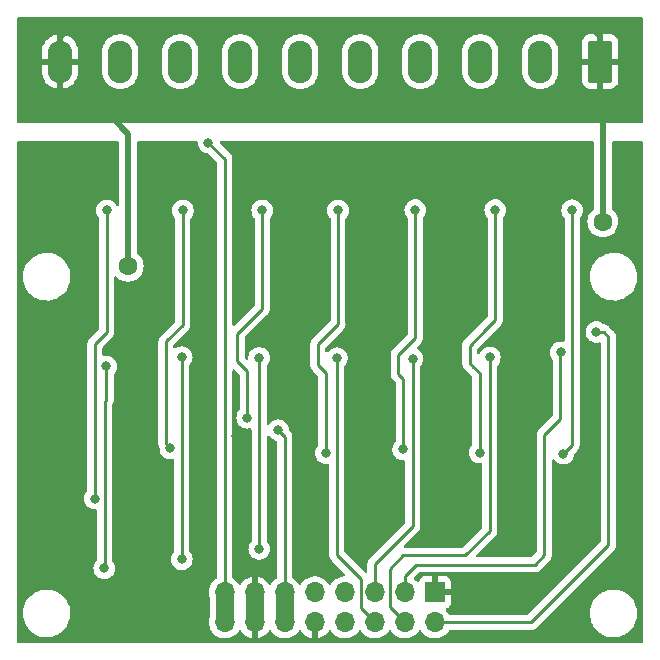
<source format=gbr>
%TF.GenerationSoftware,KiCad,Pcbnew,6.0.11+dfsg-1~bpo11+1*%
%TF.CreationDate,2023-04-06T13:54:20+02:00*%
%TF.ProjectId,din-8_11,64696e2d-385f-4313-912e-6b696361645f,1.1*%
%TF.SameCoordinates,Original*%
%TF.FileFunction,Copper,L2,Bot*%
%TF.FilePolarity,Positive*%
%FSLAX46Y46*%
G04 Gerber Fmt 4.6, Leading zero omitted, Abs format (unit mm)*
G04 Created by KiCad (PCBNEW 6.0.11+dfsg-1~bpo11+1) date 2023-04-06 13:54:20*
%MOMM*%
%LPD*%
G01*
G04 APERTURE LIST*
G04 Aperture macros list*
%AMRoundRect*
0 Rectangle with rounded corners*
0 $1 Rounding radius*
0 $2 $3 $4 $5 $6 $7 $8 $9 X,Y pos of 4 corners*
0 Add a 4 corners polygon primitive as box body*
4,1,4,$2,$3,$4,$5,$6,$7,$8,$9,$2,$3,0*
0 Add four circle primitives for the rounded corners*
1,1,$1+$1,$2,$3*
1,1,$1+$1,$4,$5*
1,1,$1+$1,$6,$7*
1,1,$1+$1,$8,$9*
0 Add four rect primitives between the rounded corners*
20,1,$1+$1,$2,$3,$4,$5,0*
20,1,$1+$1,$4,$5,$6,$7,0*
20,1,$1+$1,$6,$7,$8,$9,0*
20,1,$1+$1,$8,$9,$2,$3,0*%
G04 Aperture macros list end*
%TA.AperFunction,ComponentPad*%
%ADD10R,1.700000X1.700000*%
%TD*%
%TA.AperFunction,ComponentPad*%
%ADD11O,1.700000X1.700000*%
%TD*%
%TA.AperFunction,ComponentPad*%
%ADD12RoundRect,0.249999X0.790001X1.550001X-0.790001X1.550001X-0.790001X-1.550001X0.790001X-1.550001X0*%
%TD*%
%TA.AperFunction,ComponentPad*%
%ADD13O,2.080000X3.600000*%
%TD*%
%TA.AperFunction,ViaPad*%
%ADD14C,0.800000*%
%TD*%
%TA.AperFunction,ViaPad*%
%ADD15C,1.600000*%
%TD*%
%TA.AperFunction,Conductor*%
%ADD16C,0.250000*%
%TD*%
%TA.AperFunction,Conductor*%
%ADD17C,1.500000*%
%TD*%
%TA.AperFunction,Conductor*%
%ADD18C,0.500000*%
%TD*%
G04 APERTURE END LIST*
D10*
%TO.P,J1,1,Pin_1*%
%TO.N,GND*%
X159875000Y-115225000D03*
D11*
%TO.P,J1,2,Pin_2*%
%TO.N,/IO_0*%
X159875000Y-117765000D03*
%TO.P,J1,3,Pin_3*%
%TO.N,/IO_1*%
X157335000Y-115225000D03*
%TO.P,J1,4,Pin_4*%
%TO.N,/IO_2*%
X157335000Y-117765000D03*
%TO.P,J1,5,Pin_5*%
%TO.N,/IO_3*%
X154795000Y-115225000D03*
%TO.P,J1,6,Pin_6*%
%TO.N,/IO_4*%
X154795000Y-117765000D03*
%TO.P,J1,7,Pin_7*%
%TO.N,/IO_5*%
X152255000Y-115225000D03*
%TO.P,J1,8,Pin_8*%
%TO.N,/IO_6*%
X152255000Y-117765000D03*
%TO.P,J1,9,Pin_9*%
%TO.N,/IO_7*%
X149715000Y-115225000D03*
%TO.P,J1,10,Pin_10*%
%TO.N,GND*%
X149715000Y-117765000D03*
%TO.P,J1,11,Pin_11*%
%TO.N,+3.3V*%
X147175000Y-115225000D03*
%TO.P,J1,12,Pin_12*%
X147175000Y-117765000D03*
%TO.P,J1,13,Pin_13*%
%TO.N,GND*%
X144635000Y-115225000D03*
%TO.P,J1,14,Pin_14*%
X144635000Y-117765000D03*
%TO.P,J1,15,Pin_15*%
%TO.N,+24V*%
X142095000Y-115225000D03*
%TO.P,J1,16,Pin_16*%
X142095000Y-117765000D03*
%TD*%
D12*
%TO.P,J2,1,Pin_1*%
%TO.N,/COM*%
X173860000Y-70277500D03*
D13*
%TO.P,J2,2,Pin_2*%
%TO.N,/IN_0*%
X168780000Y-70277500D03*
%TO.P,J2,3,Pin_3*%
%TO.N,/IN_1*%
X163700000Y-70277500D03*
%TO.P,J2,4,Pin_4*%
%TO.N,/IN_2*%
X158620000Y-70277500D03*
%TO.P,J2,5,Pin_5*%
%TO.N,/IN_3*%
X153540000Y-70277500D03*
%TO.P,J2,6,Pin_6*%
%TO.N,/IN_4*%
X148460000Y-70277500D03*
%TO.P,J2,7,Pin_7*%
%TO.N,/IN_5*%
X143380000Y-70277500D03*
%TO.P,J2,8,Pin_8*%
%TO.N,/IN_6*%
X138300000Y-70277500D03*
%TO.P,J2,9,Pin_9*%
%TO.N,/IN_7*%
X133220000Y-70277500D03*
%TO.P,J2,10,Pin_10*%
%TO.N,/COM*%
X128140000Y-70277500D03*
%TD*%
D14*
%TO.N,+24V*%
X140700000Y-77140000D03*
%TO.N,GND*%
X139500000Y-101500000D03*
X162500000Y-102000000D03*
X172650000Y-101500000D03*
X136300000Y-108470000D03*
X143000000Y-102000000D03*
X143430000Y-110540000D03*
X149500000Y-109000000D03*
X146160000Y-98170000D03*
X149500000Y-102000000D03*
X176570000Y-101670000D03*
X156000000Y-102000000D03*
X176990000Y-84830000D03*
X150000000Y-88500000D03*
%TO.N,/IO_0*%
X173540000Y-93170000D03*
%TO.N,/IO_1*%
X170520000Y-94900000D03*
%TO.N,/IO_2*%
X164530000Y-95320000D03*
%TO.N,/IO_3*%
X157980000Y-95440000D03*
%TO.N,/IO_4*%
X151580000Y-95380000D03*
%TO.N,/IO_5*%
X145000000Y-111550000D03*
X144990000Y-95360000D03*
%TO.N,/IO_6*%
X138450000Y-112420000D03*
X138440000Y-95300000D03*
%TO.N,/IO_7*%
X132040000Y-96090000D03*
X131880000Y-113190000D03*
%TO.N,+3.3V*%
X146610000Y-101480000D03*
D15*
%TO.N,/COM*%
X174090000Y-83840000D03*
X133900000Y-87600000D03*
D14*
%TO.N,Net-(Q6-Pad3)*%
X171490000Y-82850000D03*
X170760000Y-103470000D03*
%TO.N,Net-(Q14-Pad3)*%
X143970000Y-100440000D03*
X145250000Y-82880000D03*
%TO.N,Net-(Q15-Pad3)*%
X137470000Y-103020000D03*
X138540000Y-82880000D03*
%TO.N,Net-(Q16-Pad3)*%
X131090000Y-107280000D03*
X132100000Y-82870000D03*
%TO.N,Net-(Q7-Pad3)*%
X164980000Y-82840000D03*
X163660000Y-103390000D03*
%TO.N,Net-(Q8-Pad3)*%
X157180000Y-103110000D03*
X158210000Y-82840000D03*
%TO.N,Net-(Q13-Pad3)*%
X151670000Y-82880000D03*
X150620000Y-103420000D03*
%TD*%
D16*
%TO.N,+24V*%
X142095000Y-78535000D02*
X140700000Y-77140000D01*
D17*
X142095000Y-117765000D02*
X142095000Y-115225000D01*
D16*
X142095000Y-115225000D02*
X142095000Y-78535000D01*
D17*
%TO.N,GND*%
X144635000Y-117765000D02*
X144635000Y-115225000D01*
D16*
%TO.N,/IO_0*%
X174570000Y-111210000D02*
X168015000Y-117765000D01*
X174150000Y-93170000D02*
X174570000Y-93590000D01*
X168015000Y-117765000D02*
X159875000Y-117765000D01*
X173540000Y-93170000D02*
X174150000Y-93170000D01*
X174570000Y-93590000D02*
X174570000Y-111210000D01*
%TO.N,/IO_1*%
X169140000Y-101860000D02*
X170490000Y-100510000D01*
X157335000Y-113835000D02*
X158270000Y-112900000D01*
X158270000Y-112900000D02*
X168310000Y-112900000D01*
X170490000Y-94930000D02*
X170520000Y-94900000D01*
X169140000Y-112070000D02*
X169140000Y-101860000D01*
X168310000Y-112900000D02*
X169140000Y-112070000D01*
X170490000Y-100510000D02*
X170490000Y-94930000D01*
X157335000Y-115225000D02*
X157335000Y-113835000D01*
%TO.N,/IO_2*%
X156030000Y-113230000D02*
X156030000Y-116460000D01*
X156030000Y-116460000D02*
X157335000Y-117765000D01*
X157170000Y-112090000D02*
X156030000Y-113230000D01*
X164530000Y-95320000D02*
X164530000Y-110000000D01*
X164530000Y-110000000D02*
X162440000Y-112090000D01*
X162440000Y-112090000D02*
X157170000Y-112090000D01*
%TO.N,/IO_3*%
X154795000Y-115225000D02*
X154795000Y-112815000D01*
X154795000Y-112815000D02*
X157980000Y-109630000D01*
X157980000Y-109630000D02*
X157980000Y-95440000D01*
%TO.N,/IO_4*%
X153600000Y-116570000D02*
X153600000Y-114090000D01*
X151580000Y-112070000D02*
X151580000Y-95380000D01*
X154795000Y-117765000D02*
X153600000Y-116570000D01*
X153600000Y-114090000D02*
X151580000Y-112070000D01*
%TO.N,/IO_5*%
X144990000Y-111540000D02*
X145000000Y-111550000D01*
X144990000Y-95360000D02*
X144990000Y-111540000D01*
%TO.N,/IO_6*%
X138440000Y-112410000D02*
X138450000Y-112420000D01*
X138440000Y-95300000D02*
X138440000Y-112410000D01*
%TO.N,/IO_7*%
X132040000Y-98931000D02*
X131900000Y-99071000D01*
X131880000Y-113190000D02*
X131900000Y-113170000D01*
X132040000Y-96090000D02*
X132040000Y-98931000D01*
X131900000Y-113170000D02*
X131900000Y-99071000D01*
%TO.N,+3.3V*%
X147175000Y-115225000D02*
X147175000Y-102045000D01*
D17*
X147175000Y-117765000D02*
X147175000Y-115225000D01*
D16*
X147175000Y-102045000D02*
X146610000Y-101480000D01*
D18*
%TO.N,/COM*%
X173850000Y-70287500D02*
X173860000Y-70277500D01*
X173850000Y-73310000D02*
X173850000Y-70287500D01*
X128140000Y-70277500D02*
X128140000Y-68160000D01*
X173050000Y-67320000D02*
X173860000Y-68130000D01*
X133900000Y-76400000D02*
X131400000Y-73900000D01*
X173860000Y-68130000D02*
X173860000Y-70277500D01*
X174090000Y-73550000D02*
X173850000Y-73310000D01*
X128140000Y-68160000D02*
X128980000Y-67320000D01*
X128140000Y-70277500D02*
X128140000Y-72940000D01*
X131400000Y-73900000D02*
X129100000Y-73900000D01*
X128980000Y-67320000D02*
X173050000Y-67320000D01*
X133900000Y-87600000D02*
X133900000Y-76400000D01*
X174090000Y-83840000D02*
X174090000Y-73550000D01*
X128140000Y-72940000D02*
X129100000Y-73900000D01*
D16*
%TO.N,Net-(Q6-Pad3)*%
X171490000Y-85040000D02*
X171490000Y-102740000D01*
X171490000Y-102740000D02*
X170760000Y-103470000D01*
X171490000Y-84240000D02*
X171490000Y-82850000D01*
X171490000Y-85040000D02*
X171490000Y-84240000D01*
%TO.N,Net-(Q14-Pad3)*%
X145250000Y-84510000D02*
X145250000Y-91220000D01*
X143970000Y-96490000D02*
X143970000Y-100440000D01*
X143140000Y-93330000D02*
X143140000Y-95660000D01*
X145250000Y-84510000D02*
X145250000Y-82880000D01*
X143140000Y-95660000D02*
X143970000Y-96490000D01*
X145250000Y-91220000D02*
X143140000Y-93330000D01*
%TO.N,Net-(Q15-Pad3)*%
X137100000Y-101960000D02*
X137100000Y-102650000D01*
X137120000Y-93970000D02*
X137100000Y-93990000D01*
X137100000Y-93990000D02*
X137100000Y-101960000D01*
X137100000Y-102650000D02*
X137470000Y-103020000D01*
X137200000Y-93890000D02*
X137120000Y-93970000D01*
X138540000Y-84470000D02*
X138540000Y-92550000D01*
X138540000Y-84470000D02*
X138540000Y-82880000D01*
X138540000Y-92550000D02*
X137200000Y-93890000D01*
%TO.N,Net-(Q16-Pad3)*%
X131090000Y-107280000D02*
X131090000Y-94180000D01*
X131090000Y-94180000D02*
X132090000Y-93180000D01*
X132090000Y-93180000D02*
X132090000Y-82880000D01*
X132090000Y-82880000D02*
X132100000Y-82870000D01*
%TO.N,Net-(Q7-Pad3)*%
X163660000Y-96650000D02*
X163130000Y-96120000D01*
X162810000Y-94330000D02*
X164190000Y-92950000D01*
X163130000Y-96120000D02*
X162810000Y-95800000D01*
X164190000Y-92950000D02*
X164980000Y-92160000D01*
X163660000Y-103390000D02*
X163660000Y-96650000D01*
X164980000Y-92160000D02*
X164980000Y-84190000D01*
X164980000Y-84190000D02*
X164980000Y-82840000D01*
X162810000Y-95800000D02*
X162810000Y-94330000D01*
%TO.N,Net-(Q8-Pad3)*%
X156750000Y-96700000D02*
X157100000Y-97050000D01*
X156750000Y-95140000D02*
X156750000Y-96700000D01*
X158210000Y-93680000D02*
X157160000Y-94730000D01*
X157100000Y-97050000D02*
X157180000Y-97130000D01*
X156960000Y-94930000D02*
X156750000Y-95140000D01*
X158210000Y-84470000D02*
X158210000Y-82840000D01*
X157180000Y-97130000D02*
X157180000Y-103110000D01*
X157160000Y-94730000D02*
X156960000Y-94930000D01*
X158210000Y-84470000D02*
X158210000Y-93680000D01*
%TO.N,Net-(Q13-Pad3)*%
X151670000Y-92510000D02*
X151670000Y-84430000D01*
X150620000Y-96820000D02*
X150620000Y-96640000D01*
X150970000Y-93210000D02*
X151670000Y-92510000D01*
X149970000Y-95990000D02*
X149970000Y-94210000D01*
X149970000Y-94210000D02*
X150970000Y-93210000D01*
X150620000Y-97220000D02*
X150620000Y-96820000D01*
X150620000Y-96640000D02*
X150280000Y-96300000D01*
X150280000Y-96300000D02*
X149970000Y-95990000D01*
X150620000Y-103420000D02*
X150620000Y-97220000D01*
X151670000Y-84430000D02*
X151670000Y-82880000D01*
%TD*%
%TA.AperFunction,Conductor*%
%TO.N,GND*%
G36*
X133083621Y-77020002D02*
G01*
X133130114Y-77073658D01*
X133141500Y-77126000D01*
X133141500Y-82386694D01*
X133121498Y-82454815D01*
X133067842Y-82501308D01*
X132997568Y-82511412D01*
X132932988Y-82481918D01*
X132906381Y-82449694D01*
X132848115Y-82348774D01*
X132839040Y-82333056D01*
X132826181Y-82318774D01*
X132715675Y-82196045D01*
X132715674Y-82196044D01*
X132711253Y-82191134D01*
X132612157Y-82119136D01*
X132562094Y-82082763D01*
X132562093Y-82082762D01*
X132556752Y-82078882D01*
X132550724Y-82076198D01*
X132550722Y-82076197D01*
X132388319Y-82003891D01*
X132388318Y-82003891D01*
X132382288Y-82001206D01*
X132281741Y-81979834D01*
X132201944Y-81962872D01*
X132201939Y-81962872D01*
X132195487Y-81961500D01*
X132004513Y-81961500D01*
X131998061Y-81962872D01*
X131998056Y-81962872D01*
X131918259Y-81979834D01*
X131817712Y-82001206D01*
X131811682Y-82003891D01*
X131811681Y-82003891D01*
X131649278Y-82076197D01*
X131649276Y-82076198D01*
X131643248Y-82078882D01*
X131637907Y-82082762D01*
X131637906Y-82082763D01*
X131587843Y-82119136D01*
X131488747Y-82191134D01*
X131484326Y-82196044D01*
X131484325Y-82196045D01*
X131373820Y-82318774D01*
X131360960Y-82333056D01*
X131351885Y-82348774D01*
X131282794Y-82468444D01*
X131265473Y-82498444D01*
X131206458Y-82680072D01*
X131205768Y-82686633D01*
X131205768Y-82686635D01*
X131189891Y-82837699D01*
X131186496Y-82870000D01*
X131187186Y-82876565D01*
X131200182Y-83000211D01*
X131206458Y-83059928D01*
X131265473Y-83241556D01*
X131268776Y-83247278D01*
X131268777Y-83247279D01*
X131272809Y-83254263D01*
X131360960Y-83406944D01*
X131365378Y-83411851D01*
X131365379Y-83411852D01*
X131424136Y-83477108D01*
X131454853Y-83541115D01*
X131456500Y-83561418D01*
X131456500Y-92865405D01*
X131436498Y-92933526D01*
X131419595Y-92954501D01*
X131055123Y-93318972D01*
X130697742Y-93676353D01*
X130689463Y-93683887D01*
X130682982Y-93688000D01*
X130652871Y-93720065D01*
X130636357Y-93737651D01*
X130633602Y-93740493D01*
X130613865Y-93760230D01*
X130611385Y-93763427D01*
X130603682Y-93772447D01*
X130573414Y-93804679D01*
X130569595Y-93811625D01*
X130569593Y-93811628D01*
X130563652Y-93822434D01*
X130552801Y-93838953D01*
X130540386Y-93854959D01*
X130537241Y-93862228D01*
X130537238Y-93862232D01*
X130522826Y-93895537D01*
X130517609Y-93906187D01*
X130496305Y-93944940D01*
X130494334Y-93952615D01*
X130494334Y-93952616D01*
X130491267Y-93964562D01*
X130484863Y-93983266D01*
X130476819Y-94001855D01*
X130475580Y-94009678D01*
X130475577Y-94009688D01*
X130469901Y-94045524D01*
X130467495Y-94057144D01*
X130458472Y-94092289D01*
X130456500Y-94099970D01*
X130456500Y-94120224D01*
X130454949Y-94139934D01*
X130451780Y-94159943D01*
X130452526Y-94167835D01*
X130455941Y-94203961D01*
X130456500Y-94215819D01*
X130456500Y-106577476D01*
X130436498Y-106645597D01*
X130424142Y-106661779D01*
X130350960Y-106743056D01*
X130255473Y-106908444D01*
X130196458Y-107090072D01*
X130176496Y-107280000D01*
X130196458Y-107469928D01*
X130255473Y-107651556D01*
X130350960Y-107816944D01*
X130478747Y-107958866D01*
X130633248Y-108071118D01*
X130639276Y-108073802D01*
X130639278Y-108073803D01*
X130801681Y-108146109D01*
X130807712Y-108148794D01*
X130901113Y-108168647D01*
X130988056Y-108187128D01*
X130988061Y-108187128D01*
X130994513Y-108188500D01*
X131140500Y-108188500D01*
X131208621Y-108208502D01*
X131255114Y-108262158D01*
X131266500Y-108314500D01*
X131266500Y-112465263D01*
X131246498Y-112533384D01*
X131234137Y-112549573D01*
X131219645Y-112565668D01*
X131148495Y-112644688D01*
X131140960Y-112653056D01*
X131137659Y-112658774D01*
X131137657Y-112658777D01*
X131057693Y-112797279D01*
X131045473Y-112818444D01*
X130986458Y-113000072D01*
X130966496Y-113190000D01*
X130967186Y-113196565D01*
X130984939Y-113365472D01*
X130986458Y-113379928D01*
X131045473Y-113561556D01*
X131048776Y-113567278D01*
X131048777Y-113567279D01*
X131082686Y-113626010D01*
X131140960Y-113726944D01*
X131145378Y-113731851D01*
X131145379Y-113731852D01*
X131242946Y-113840211D01*
X131268747Y-113868866D01*
X131353185Y-113930214D01*
X131408974Y-113970747D01*
X131423248Y-113981118D01*
X131429276Y-113983802D01*
X131429278Y-113983803D01*
X131562083Y-114042931D01*
X131597712Y-114058794D01*
X131691112Y-114078647D01*
X131778056Y-114097128D01*
X131778061Y-114097128D01*
X131784513Y-114098500D01*
X131975487Y-114098500D01*
X131981939Y-114097128D01*
X131981944Y-114097128D01*
X132068888Y-114078647D01*
X132162288Y-114058794D01*
X132197917Y-114042931D01*
X132330722Y-113983803D01*
X132330724Y-113983802D01*
X132336752Y-113981118D01*
X132351027Y-113970747D01*
X132406815Y-113930214D01*
X132491253Y-113868866D01*
X132517054Y-113840211D01*
X132614621Y-113731852D01*
X132614622Y-113731851D01*
X132619040Y-113726944D01*
X132677314Y-113626010D01*
X132711223Y-113567279D01*
X132711224Y-113567278D01*
X132714527Y-113561556D01*
X132773542Y-113379928D01*
X132775062Y-113365472D01*
X132792814Y-113196565D01*
X132793504Y-113190000D01*
X132773542Y-113000072D01*
X132714527Y-112818444D01*
X132619040Y-112653056D01*
X132611506Y-112644688D01*
X132565864Y-112593998D01*
X132535146Y-112529991D01*
X132533500Y-112509688D01*
X132533500Y-99377346D01*
X132553340Y-99309778D01*
X132556586Y-99306321D01*
X132560403Y-99299378D01*
X132560406Y-99299374D01*
X132566348Y-99288566D01*
X132577199Y-99272047D01*
X132584758Y-99262301D01*
X132589614Y-99256041D01*
X132592759Y-99248772D01*
X132592762Y-99248768D01*
X132607174Y-99215463D01*
X132612391Y-99204813D01*
X132633695Y-99166060D01*
X132638733Y-99146437D01*
X132645137Y-99127734D01*
X132650033Y-99116420D01*
X132650033Y-99116419D01*
X132653181Y-99109145D01*
X132654420Y-99101322D01*
X132654423Y-99101312D01*
X132660099Y-99065476D01*
X132662505Y-99053856D01*
X132671528Y-99018711D01*
X132671528Y-99018710D01*
X132673500Y-99011030D01*
X132673500Y-98990776D01*
X132675051Y-98971065D01*
X132676980Y-98958886D01*
X132678220Y-98951057D01*
X132674059Y-98907038D01*
X132673500Y-98895181D01*
X132673500Y-96792524D01*
X132693502Y-96724403D01*
X132705858Y-96708221D01*
X132779040Y-96626944D01*
X132874527Y-96461556D01*
X132933542Y-96279928D01*
X132934632Y-96269563D01*
X132952814Y-96096565D01*
X132953504Y-96090000D01*
X132944040Y-95999958D01*
X132934232Y-95906635D01*
X132934232Y-95906633D01*
X132933542Y-95900072D01*
X132874527Y-95718444D01*
X132843828Y-95665271D01*
X132819633Y-95623365D01*
X132779040Y-95553056D01*
X132740208Y-95509928D01*
X132655675Y-95416045D01*
X132655674Y-95416044D01*
X132651253Y-95411134D01*
X132525818Y-95320000D01*
X132502094Y-95302763D01*
X132502093Y-95302762D01*
X132496752Y-95298882D01*
X132490724Y-95296198D01*
X132490722Y-95296197D01*
X132328319Y-95223891D01*
X132328318Y-95223891D01*
X132322288Y-95221206D01*
X132228887Y-95201353D01*
X132141944Y-95182872D01*
X132141939Y-95182872D01*
X132135487Y-95181500D01*
X131944513Y-95181500D01*
X131938053Y-95182873D01*
X131938054Y-95182873D01*
X131875696Y-95196127D01*
X131804906Y-95190725D01*
X131748273Y-95147908D01*
X131723780Y-95081270D01*
X131723500Y-95072880D01*
X131723500Y-94494594D01*
X131743502Y-94426473D01*
X131760405Y-94405499D01*
X132195961Y-93969943D01*
X136461780Y-93969943D01*
X136462526Y-93977835D01*
X136465941Y-94013961D01*
X136466500Y-94025819D01*
X136466500Y-102571233D01*
X136465973Y-102582416D01*
X136464298Y-102589909D01*
X136464547Y-102597835D01*
X136464547Y-102597836D01*
X136466438Y-102657986D01*
X136466500Y-102661945D01*
X136466500Y-102689856D01*
X136466997Y-102693790D01*
X136466997Y-102693791D01*
X136467005Y-102693856D01*
X136467938Y-102705693D01*
X136469327Y-102749889D01*
X136473962Y-102765842D01*
X136474978Y-102769339D01*
X136478987Y-102788700D01*
X136479295Y-102791134D01*
X136481526Y-102808797D01*
X136484445Y-102816168D01*
X136484445Y-102816170D01*
X136497804Y-102849912D01*
X136501649Y-102861142D01*
X136509677Y-102888774D01*
X136513982Y-102903593D01*
X136518015Y-102910412D01*
X136518017Y-102910417D01*
X136524293Y-102921028D01*
X136532988Y-102938776D01*
X136540448Y-102957617D01*
X136542218Y-102960053D01*
X136556819Y-103016923D01*
X136556496Y-103020000D01*
X136557186Y-103026565D01*
X136573261Y-103179507D01*
X136576458Y-103209928D01*
X136635473Y-103391556D01*
X136730960Y-103556944D01*
X136735378Y-103561851D01*
X136735379Y-103561852D01*
X136778667Y-103609928D01*
X136858747Y-103698866D01*
X137013248Y-103811118D01*
X137019276Y-103813802D01*
X137019278Y-103813803D01*
X137081613Y-103841556D01*
X137187712Y-103888794D01*
X137281113Y-103908647D01*
X137368056Y-103927128D01*
X137368061Y-103927128D01*
X137374513Y-103928500D01*
X137565487Y-103928500D01*
X137571942Y-103927128D01*
X137571951Y-103927127D01*
X137654302Y-103909622D01*
X137725093Y-103915023D01*
X137781726Y-103957839D01*
X137806220Y-104024477D01*
X137806500Y-104032868D01*
X137806500Y-111728582D01*
X137786498Y-111796703D01*
X137774137Y-111812891D01*
X137710960Y-111883056D01*
X137707659Y-111888774D01*
X137633145Y-112017836D01*
X137615473Y-112048444D01*
X137556458Y-112230072D01*
X137555768Y-112236633D01*
X137555768Y-112236635D01*
X137541322Y-112374079D01*
X137536496Y-112420000D01*
X137537186Y-112426565D01*
X137555369Y-112599562D01*
X137556458Y-112609928D01*
X137615473Y-112791556D01*
X137710960Y-112956944D01*
X137715378Y-112961851D01*
X137715379Y-112961852D01*
X137755702Y-113006635D01*
X137838747Y-113098866D01*
X137937843Y-113170864D01*
X137973218Y-113196565D01*
X137993248Y-113211118D01*
X137999276Y-113213802D01*
X137999278Y-113213803D01*
X138161681Y-113286109D01*
X138167712Y-113288794D01*
X138261113Y-113308647D01*
X138348056Y-113327128D01*
X138348061Y-113327128D01*
X138354513Y-113328500D01*
X138545487Y-113328500D01*
X138551939Y-113327128D01*
X138551944Y-113327128D01*
X138638887Y-113308647D01*
X138732288Y-113288794D01*
X138738319Y-113286109D01*
X138900722Y-113213803D01*
X138900724Y-113213802D01*
X138906752Y-113211118D01*
X138926783Y-113196565D01*
X138962157Y-113170864D01*
X139061253Y-113098866D01*
X139144298Y-113006635D01*
X139184621Y-112961852D01*
X139184622Y-112961851D01*
X139189040Y-112956944D01*
X139284527Y-112791556D01*
X139343542Y-112609928D01*
X139344632Y-112599562D01*
X139362814Y-112426565D01*
X139363504Y-112420000D01*
X139358678Y-112374079D01*
X139344232Y-112236635D01*
X139344232Y-112236633D01*
X139343542Y-112230072D01*
X139284527Y-112048444D01*
X139266856Y-112017836D01*
X139192343Y-111888777D01*
X139192341Y-111888774D01*
X139189040Y-111883056D01*
X139105864Y-111790680D01*
X139075147Y-111726672D01*
X139073500Y-111706369D01*
X139073500Y-96002524D01*
X139093502Y-95934403D01*
X139105858Y-95918221D01*
X139179040Y-95836944D01*
X139243515Y-95725271D01*
X139271223Y-95677279D01*
X139271224Y-95677278D01*
X139274527Y-95671556D01*
X139333542Y-95489928D01*
X139341824Y-95411134D01*
X139352814Y-95306565D01*
X139353504Y-95300000D01*
X139347597Y-95243794D01*
X139334232Y-95116635D01*
X139334232Y-95116633D01*
X139333542Y-95110072D01*
X139274527Y-94928444D01*
X139263171Y-94908774D01*
X139182341Y-94768774D01*
X139179040Y-94763056D01*
X139151482Y-94732449D01*
X139055675Y-94626045D01*
X139055674Y-94626044D01*
X139051253Y-94621134D01*
X138908206Y-94517204D01*
X138902094Y-94512763D01*
X138902093Y-94512762D01*
X138896752Y-94508882D01*
X138890724Y-94506198D01*
X138890722Y-94506197D01*
X138728319Y-94433891D01*
X138728318Y-94433891D01*
X138722288Y-94431206D01*
X138601347Y-94405499D01*
X138541944Y-94392872D01*
X138541939Y-94392872D01*
X138535487Y-94391500D01*
X138344513Y-94391500D01*
X138338061Y-94392872D01*
X138338056Y-94392872D01*
X138278653Y-94405499D01*
X138157712Y-94431206D01*
X138151682Y-94433891D01*
X138151681Y-94433891D01*
X137989278Y-94506197D01*
X137989276Y-94506198D01*
X137983248Y-94508882D01*
X137977907Y-94512762D01*
X137977906Y-94512763D01*
X137933561Y-94544982D01*
X137866694Y-94568840D01*
X137797542Y-94552760D01*
X137748062Y-94501846D01*
X137733500Y-94443046D01*
X137733500Y-94304594D01*
X137753502Y-94236473D01*
X137770405Y-94215499D01*
X138932247Y-93053657D01*
X138940537Y-93046113D01*
X138947018Y-93042000D01*
X138993659Y-92992332D01*
X138996413Y-92989491D01*
X139016134Y-92969770D01*
X139018612Y-92966575D01*
X139026318Y-92957553D01*
X139051158Y-92931101D01*
X139056586Y-92925321D01*
X139066346Y-92907568D01*
X139077199Y-92891045D01*
X139084753Y-92881306D01*
X139089613Y-92875041D01*
X139107176Y-92834457D01*
X139112383Y-92823827D01*
X139133695Y-92785060D01*
X139135666Y-92777383D01*
X139135668Y-92777378D01*
X139138732Y-92765442D01*
X139145138Y-92746730D01*
X139150033Y-92735419D01*
X139153181Y-92728145D01*
X139154421Y-92720317D01*
X139154423Y-92720310D01*
X139160099Y-92684476D01*
X139162505Y-92672856D01*
X139171528Y-92637711D01*
X139171528Y-92637710D01*
X139173500Y-92630030D01*
X139173500Y-92609776D01*
X139175051Y-92590065D01*
X139176980Y-92577886D01*
X139178220Y-92570057D01*
X139174059Y-92526038D01*
X139173500Y-92514181D01*
X139173500Y-83582524D01*
X139193502Y-83514403D01*
X139205858Y-83498221D01*
X139279040Y-83416944D01*
X139374527Y-83251556D01*
X139433542Y-83069928D01*
X139440870Y-83000211D01*
X139452814Y-82886565D01*
X139453504Y-82880000D01*
X139433542Y-82690072D01*
X139374527Y-82508444D01*
X139368754Y-82498444D01*
X139282341Y-82348774D01*
X139279040Y-82343056D01*
X139257177Y-82318774D01*
X139155675Y-82206045D01*
X139155674Y-82206044D01*
X139151253Y-82201134D01*
X138996752Y-82088882D01*
X138990724Y-82086198D01*
X138990722Y-82086197D01*
X138828319Y-82013891D01*
X138828318Y-82013891D01*
X138822288Y-82011206D01*
X138728888Y-81991353D01*
X138641944Y-81972872D01*
X138641939Y-81972872D01*
X138635487Y-81971500D01*
X138444513Y-81971500D01*
X138438061Y-81972872D01*
X138438056Y-81972872D01*
X138351112Y-81991353D01*
X138257712Y-82011206D01*
X138251682Y-82013891D01*
X138251681Y-82013891D01*
X138089278Y-82086197D01*
X138089276Y-82086198D01*
X138083248Y-82088882D01*
X137928747Y-82201134D01*
X137924326Y-82206044D01*
X137924325Y-82206045D01*
X137822824Y-82318774D01*
X137800960Y-82343056D01*
X137797659Y-82348774D01*
X137711247Y-82498444D01*
X137705473Y-82508444D01*
X137646458Y-82690072D01*
X137626496Y-82880000D01*
X137627186Y-82886565D01*
X137639131Y-83000211D01*
X137646458Y-83069928D01*
X137705473Y-83251556D01*
X137800960Y-83416944D01*
X137874137Y-83498215D01*
X137904853Y-83562221D01*
X137906500Y-83582524D01*
X137906500Y-92235405D01*
X137886498Y-92303526D01*
X137869595Y-92324500D01*
X136707747Y-93486348D01*
X136699461Y-93493888D01*
X136692982Y-93498000D01*
X136687557Y-93503777D01*
X136646357Y-93547651D01*
X136643602Y-93550493D01*
X136623865Y-93570230D01*
X136621385Y-93573427D01*
X136613682Y-93582447D01*
X136583414Y-93614679D01*
X136579595Y-93621625D01*
X136579593Y-93621628D01*
X136573652Y-93632434D01*
X136562801Y-93648953D01*
X136550386Y-93664959D01*
X136547241Y-93672228D01*
X136547238Y-93672232D01*
X136532826Y-93705537D01*
X136527609Y-93716187D01*
X136506305Y-93754940D01*
X136504334Y-93762615D01*
X136504334Y-93762616D01*
X136501267Y-93774562D01*
X136494863Y-93793266D01*
X136492763Y-93798120D01*
X136486819Y-93811855D01*
X136485580Y-93819678D01*
X136485577Y-93819688D01*
X136479901Y-93855524D01*
X136477495Y-93867144D01*
X136468806Y-93900989D01*
X136466500Y-93909970D01*
X136466500Y-93930224D01*
X136464949Y-93949934D01*
X136461780Y-93969943D01*
X132195961Y-93969943D01*
X132482247Y-93683657D01*
X132490537Y-93676113D01*
X132497018Y-93672000D01*
X132543659Y-93622332D01*
X132546413Y-93619491D01*
X132566135Y-93599769D01*
X132568612Y-93596576D01*
X132576317Y-93587555D01*
X132581112Y-93582449D01*
X132606586Y-93555321D01*
X132610407Y-93548371D01*
X132616346Y-93537568D01*
X132627202Y-93521041D01*
X132634757Y-93511302D01*
X132634758Y-93511300D01*
X132639614Y-93505040D01*
X132657174Y-93464460D01*
X132662391Y-93453812D01*
X132679875Y-93422009D01*
X132679876Y-93422007D01*
X132683695Y-93415060D01*
X132688733Y-93395437D01*
X132695137Y-93376734D01*
X132700033Y-93365420D01*
X132700033Y-93365419D01*
X132703181Y-93358145D01*
X132704420Y-93350322D01*
X132704423Y-93350312D01*
X132710099Y-93314476D01*
X132712505Y-93302856D01*
X132721528Y-93267711D01*
X132721528Y-93267710D01*
X132723500Y-93260030D01*
X132723500Y-93239776D01*
X132725051Y-93220065D01*
X132726980Y-93207886D01*
X132728220Y-93200057D01*
X132724059Y-93156038D01*
X132723500Y-93144181D01*
X132723500Y-88578188D01*
X132743502Y-88510067D01*
X132797158Y-88463574D01*
X132867432Y-88453470D01*
X132932012Y-88482964D01*
X132938595Y-88489093D01*
X133055700Y-88606198D01*
X133060208Y-88609355D01*
X133060211Y-88609357D01*
X133138389Y-88664098D01*
X133243251Y-88737523D01*
X133248233Y-88739846D01*
X133248238Y-88739849D01*
X133400088Y-88810657D01*
X133450757Y-88834284D01*
X133456065Y-88835706D01*
X133456067Y-88835707D01*
X133666598Y-88892119D01*
X133666600Y-88892119D01*
X133671913Y-88893543D01*
X133900000Y-88913498D01*
X134128087Y-88893543D01*
X134133400Y-88892119D01*
X134133402Y-88892119D01*
X134343933Y-88835707D01*
X134343935Y-88835706D01*
X134349243Y-88834284D01*
X134399912Y-88810657D01*
X134551762Y-88739849D01*
X134551767Y-88739846D01*
X134556749Y-88737523D01*
X134661611Y-88664098D01*
X134739789Y-88609357D01*
X134739792Y-88609355D01*
X134744300Y-88606198D01*
X134906198Y-88444300D01*
X135037523Y-88256749D01*
X135039846Y-88251767D01*
X135039849Y-88251762D01*
X135131961Y-88054225D01*
X135131961Y-88054224D01*
X135134284Y-88049243D01*
X135164002Y-87938337D01*
X135192119Y-87833402D01*
X135192119Y-87833400D01*
X135193543Y-87828087D01*
X135213498Y-87600000D01*
X135193543Y-87371913D01*
X135157276Y-87236562D01*
X135135707Y-87156067D01*
X135135706Y-87156065D01*
X135134284Y-87150757D01*
X135131961Y-87145775D01*
X135039849Y-86948238D01*
X135039846Y-86948233D01*
X135037523Y-86943251D01*
X134906198Y-86755700D01*
X134744300Y-86593802D01*
X134712229Y-86571345D01*
X134667901Y-86515890D01*
X134658500Y-86468133D01*
X134658500Y-77126000D01*
X134678502Y-77057879D01*
X134732158Y-77011386D01*
X134784500Y-77000000D01*
X139661273Y-77000000D01*
X139729394Y-77020002D01*
X139775887Y-77073658D01*
X139784575Y-77126830D01*
X139787186Y-77126830D01*
X139787186Y-77133435D01*
X139786496Y-77140000D01*
X139806458Y-77329928D01*
X139865473Y-77511556D01*
X139960960Y-77676944D01*
X140088747Y-77818866D01*
X140243248Y-77931118D01*
X140249276Y-77933802D01*
X140249278Y-77933803D01*
X140411681Y-78006109D01*
X140417712Y-78008794D01*
X140511113Y-78028647D01*
X140598056Y-78047128D01*
X140598061Y-78047128D01*
X140604513Y-78048500D01*
X140660405Y-78048500D01*
X140728526Y-78068502D01*
X140749501Y-78085405D01*
X141424596Y-78760501D01*
X141458621Y-78822813D01*
X141461500Y-78849596D01*
X141461500Y-113946692D01*
X141441498Y-114014813D01*
X141393683Y-114058453D01*
X141368607Y-114071507D01*
X141364474Y-114074610D01*
X141364471Y-114074612D01*
X141294011Y-114127515D01*
X141189965Y-114205635D01*
X141035629Y-114367138D01*
X140909743Y-114551680D01*
X140815688Y-114754305D01*
X140755989Y-114969570D01*
X140732251Y-115191695D01*
X140732548Y-115196848D01*
X140732548Y-115196851D01*
X140744570Y-115405342D01*
X140745110Y-115414715D01*
X140746247Y-115419761D01*
X140746248Y-115419767D01*
X140768408Y-115518094D01*
X140794222Y-115632639D01*
X140820484Y-115697316D01*
X140827243Y-115713961D01*
X140836500Y-115761365D01*
X140836500Y-117221651D01*
X140824787Y-117274702D01*
X140817869Y-117289605D01*
X140817867Y-117289612D01*
X140815688Y-117294305D01*
X140755989Y-117509570D01*
X140732251Y-117731695D01*
X140732548Y-117736848D01*
X140732548Y-117736851D01*
X140738601Y-117841830D01*
X140745110Y-117954715D01*
X140746247Y-117959761D01*
X140746248Y-117959767D01*
X140750005Y-117976437D01*
X140794222Y-118172639D01*
X140846956Y-118302509D01*
X140871662Y-118363351D01*
X140878266Y-118379616D01*
X140921316Y-118449867D01*
X140992291Y-118565688D01*
X140994987Y-118570088D01*
X141141250Y-118738938D01*
X141313126Y-118881632D01*
X141506000Y-118994338D01*
X141510825Y-118996180D01*
X141510826Y-118996181D01*
X141548151Y-119010434D01*
X141714692Y-119074030D01*
X141719760Y-119075061D01*
X141719763Y-119075062D01*
X141814862Y-119094410D01*
X141933597Y-119118567D01*
X141938772Y-119118757D01*
X141938774Y-119118757D01*
X142151673Y-119126564D01*
X142151677Y-119126564D01*
X142156837Y-119126753D01*
X142161957Y-119126097D01*
X142161959Y-119126097D01*
X142373288Y-119099025D01*
X142373289Y-119099025D01*
X142378416Y-119098368D01*
X142383366Y-119096883D01*
X142587429Y-119035661D01*
X142587434Y-119035659D01*
X142592384Y-119034174D01*
X142792994Y-118935896D01*
X142974860Y-118806173D01*
X143133096Y-118648489D01*
X143192594Y-118565689D01*
X143263453Y-118467077D01*
X143264640Y-118467930D01*
X143311960Y-118424362D01*
X143381897Y-118412145D01*
X143447338Y-118439678D01*
X143475166Y-118471511D01*
X143532694Y-118565388D01*
X143538777Y-118573699D01*
X143678213Y-118734667D01*
X143685580Y-118741883D01*
X143849434Y-118877916D01*
X143857881Y-118883831D01*
X144041756Y-118991279D01*
X144051042Y-118995729D01*
X144250001Y-119071703D01*
X144259899Y-119074579D01*
X144363250Y-119095606D01*
X144377299Y-119094410D01*
X144381000Y-119084065D01*
X144381000Y-113908102D01*
X144377082Y-113894758D01*
X144362806Y-113892771D01*
X144324324Y-113898660D01*
X144314288Y-113901051D01*
X144111868Y-113967212D01*
X144102359Y-113971209D01*
X143913463Y-114069542D01*
X143904738Y-114075036D01*
X143734433Y-114202905D01*
X143726726Y-114209748D01*
X143579590Y-114363717D01*
X143573109Y-114371722D01*
X143468498Y-114525074D01*
X143413587Y-114570076D01*
X143343062Y-114578247D01*
X143279315Y-114546993D01*
X143258618Y-114522509D01*
X143177822Y-114397617D01*
X143177820Y-114397614D01*
X143175014Y-114393277D01*
X143024670Y-114228051D01*
X143020616Y-114224849D01*
X143020615Y-114224848D01*
X142853414Y-114092800D01*
X142853410Y-114092798D01*
X142849359Y-114089598D01*
X142844835Y-114087101D01*
X142844831Y-114087098D01*
X142793608Y-114058822D01*
X142743636Y-114008390D01*
X142728500Y-113948513D01*
X142728500Y-96448594D01*
X142748502Y-96380473D01*
X142802158Y-96333980D01*
X142872432Y-96323876D01*
X142937012Y-96353370D01*
X142943595Y-96359499D01*
X143299595Y-96715499D01*
X143333621Y-96777811D01*
X143336500Y-96804594D01*
X143336500Y-99737476D01*
X143316498Y-99805597D01*
X143304142Y-99821779D01*
X143230960Y-99903056D01*
X143135473Y-100068444D01*
X143076458Y-100250072D01*
X143075768Y-100256633D01*
X143075768Y-100256635D01*
X143057186Y-100433435D01*
X143056496Y-100440000D01*
X143076458Y-100629928D01*
X143135473Y-100811556D01*
X143230960Y-100976944D01*
X143235378Y-100981851D01*
X143235379Y-100981852D01*
X143287199Y-101039404D01*
X143358747Y-101118866D01*
X143513248Y-101231118D01*
X143519276Y-101233802D01*
X143519278Y-101233803D01*
X143645661Y-101290072D01*
X143687712Y-101308794D01*
X143781113Y-101328647D01*
X143868056Y-101347128D01*
X143868061Y-101347128D01*
X143874513Y-101348500D01*
X144065487Y-101348500D01*
X144071939Y-101347128D01*
X144071944Y-101347128D01*
X144204303Y-101318994D01*
X144275094Y-101324396D01*
X144331727Y-101367213D01*
X144356220Y-101433851D01*
X144356500Y-101442241D01*
X144356500Y-110858582D01*
X144336498Y-110926703D01*
X144324137Y-110942891D01*
X144260960Y-111013056D01*
X144165473Y-111178444D01*
X144106458Y-111360072D01*
X144105768Y-111366633D01*
X144105768Y-111366635D01*
X144096026Y-111459327D01*
X144086496Y-111550000D01*
X144087186Y-111556565D01*
X144105266Y-111728582D01*
X144106458Y-111739928D01*
X144165473Y-111921556D01*
X144260960Y-112086944D01*
X144265378Y-112091851D01*
X144265379Y-112091852D01*
X144335644Y-112169889D01*
X144388747Y-112228866D01*
X144466617Y-112285442D01*
X144503178Y-112312005D01*
X144543248Y-112341118D01*
X144549276Y-112343802D01*
X144549278Y-112343803D01*
X144705675Y-112413435D01*
X144717712Y-112418794D01*
X144788780Y-112433900D01*
X144898056Y-112457128D01*
X144898061Y-112457128D01*
X144904513Y-112458500D01*
X145095487Y-112458500D01*
X145101939Y-112457128D01*
X145101944Y-112457128D01*
X145211220Y-112433900D01*
X145282288Y-112418794D01*
X145294325Y-112413435D01*
X145450722Y-112343803D01*
X145450724Y-112343802D01*
X145456752Y-112341118D01*
X145496823Y-112312005D01*
X145533383Y-112285442D01*
X145611253Y-112228866D01*
X145664356Y-112169889D01*
X145734621Y-112091852D01*
X145734622Y-112091851D01*
X145739040Y-112086944D01*
X145834527Y-111921556D01*
X145893542Y-111739928D01*
X145894735Y-111728582D01*
X145912814Y-111556565D01*
X145913504Y-111550000D01*
X145903974Y-111459327D01*
X145894232Y-111366635D01*
X145894232Y-111366633D01*
X145893542Y-111360072D01*
X145834527Y-111178444D01*
X145739040Y-111013056D01*
X145655864Y-110920680D01*
X145625147Y-110856672D01*
X145623500Y-110836369D01*
X145623500Y-102058569D01*
X145643502Y-101990448D01*
X145697158Y-101943955D01*
X145767432Y-101933851D01*
X145832012Y-101963345D01*
X145858617Y-101995566D01*
X145870960Y-102016944D01*
X145875378Y-102021851D01*
X145875379Y-102021852D01*
X145967145Y-102123768D01*
X145998747Y-102158866D01*
X146153248Y-102271118D01*
X146159276Y-102273802D01*
X146159278Y-102273803D01*
X146321681Y-102346109D01*
X146327712Y-102348794D01*
X146441698Y-102373023D01*
X146504170Y-102406750D01*
X146538492Y-102468900D01*
X146541500Y-102496269D01*
X146541500Y-113946692D01*
X146521498Y-114014813D01*
X146473683Y-114058453D01*
X146448607Y-114071507D01*
X146444474Y-114074610D01*
X146444471Y-114074612D01*
X146374011Y-114127515D01*
X146269965Y-114205635D01*
X146115629Y-114367138D01*
X146008204Y-114524618D01*
X146007898Y-114525066D01*
X145952987Y-114570069D01*
X145882462Y-114578240D01*
X145818715Y-114546986D01*
X145798018Y-114522502D01*
X145717426Y-114397926D01*
X145711136Y-114389757D01*
X145567806Y-114232240D01*
X145560273Y-114225215D01*
X145393139Y-114093222D01*
X145384552Y-114087517D01*
X145198117Y-113984599D01*
X145188705Y-113980369D01*
X144987959Y-113909280D01*
X144977988Y-113906646D01*
X144906837Y-113893972D01*
X144893540Y-113895432D01*
X144889000Y-113909989D01*
X144889000Y-119083517D01*
X144893064Y-119097359D01*
X144906478Y-119099393D01*
X144913184Y-119098534D01*
X144923262Y-119096392D01*
X145127255Y-119035191D01*
X145136842Y-119031433D01*
X145328095Y-118937739D01*
X145336945Y-118932464D01*
X145510328Y-118808792D01*
X145518200Y-118802139D01*
X145669052Y-118651812D01*
X145675730Y-118643965D01*
X145803022Y-118466819D01*
X145804279Y-118467722D01*
X145851373Y-118424362D01*
X145921311Y-118412145D01*
X145986751Y-118439678D01*
X146014579Y-118471511D01*
X146074987Y-118570088D01*
X146221250Y-118738938D01*
X146393126Y-118881632D01*
X146586000Y-118994338D01*
X146590825Y-118996180D01*
X146590826Y-118996181D01*
X146628151Y-119010434D01*
X146794692Y-119074030D01*
X146799760Y-119075061D01*
X146799763Y-119075062D01*
X146894862Y-119094410D01*
X147013597Y-119118567D01*
X147018772Y-119118757D01*
X147018774Y-119118757D01*
X147231673Y-119126564D01*
X147231677Y-119126564D01*
X147236837Y-119126753D01*
X147241957Y-119126097D01*
X147241959Y-119126097D01*
X147453288Y-119099025D01*
X147453289Y-119099025D01*
X147458416Y-119098368D01*
X147463366Y-119096883D01*
X147667429Y-119035661D01*
X147667434Y-119035659D01*
X147672384Y-119034174D01*
X147872994Y-118935896D01*
X148054860Y-118806173D01*
X148213096Y-118648489D01*
X148272594Y-118565689D01*
X148343453Y-118467077D01*
X148344640Y-118467930D01*
X148391960Y-118424362D01*
X148461897Y-118412145D01*
X148527338Y-118439678D01*
X148555166Y-118471511D01*
X148612694Y-118565388D01*
X148618777Y-118573699D01*
X148758213Y-118734667D01*
X148765580Y-118741883D01*
X148929434Y-118877916D01*
X148937881Y-118883831D01*
X149121756Y-118991279D01*
X149131042Y-118995729D01*
X149330001Y-119071703D01*
X149339899Y-119074579D01*
X149443250Y-119095606D01*
X149457299Y-119094410D01*
X149461000Y-119084065D01*
X149461000Y-117637000D01*
X149481002Y-117568879D01*
X149534658Y-117522386D01*
X149587000Y-117511000D01*
X149843000Y-117511000D01*
X149911121Y-117531002D01*
X149957614Y-117584658D01*
X149969000Y-117637000D01*
X149969000Y-119083517D01*
X149973064Y-119097359D01*
X149986478Y-119099393D01*
X149993184Y-119098534D01*
X150003262Y-119096392D01*
X150207255Y-119035191D01*
X150216842Y-119031433D01*
X150408095Y-118937739D01*
X150416945Y-118932464D01*
X150590328Y-118808792D01*
X150598200Y-118802139D01*
X150749052Y-118651812D01*
X150755730Y-118643965D01*
X150883022Y-118466819D01*
X150884279Y-118467722D01*
X150931373Y-118424362D01*
X151001311Y-118412145D01*
X151066751Y-118439678D01*
X151094579Y-118471511D01*
X151154987Y-118570088D01*
X151301250Y-118738938D01*
X151473126Y-118881632D01*
X151666000Y-118994338D01*
X151670825Y-118996180D01*
X151670826Y-118996181D01*
X151708151Y-119010434D01*
X151874692Y-119074030D01*
X151879760Y-119075061D01*
X151879763Y-119075062D01*
X151974862Y-119094410D01*
X152093597Y-119118567D01*
X152098772Y-119118757D01*
X152098774Y-119118757D01*
X152311673Y-119126564D01*
X152311677Y-119126564D01*
X152316837Y-119126753D01*
X152321957Y-119126097D01*
X152321959Y-119126097D01*
X152533288Y-119099025D01*
X152533289Y-119099025D01*
X152538416Y-119098368D01*
X152543366Y-119096883D01*
X152747429Y-119035661D01*
X152747434Y-119035659D01*
X152752384Y-119034174D01*
X152952994Y-118935896D01*
X153134860Y-118806173D01*
X153293096Y-118648489D01*
X153352594Y-118565689D01*
X153423453Y-118467077D01*
X153424776Y-118468028D01*
X153471645Y-118424857D01*
X153541580Y-118412625D01*
X153607026Y-118440144D01*
X153634875Y-118471994D01*
X153694987Y-118570088D01*
X153841250Y-118738938D01*
X154013126Y-118881632D01*
X154206000Y-118994338D01*
X154210825Y-118996180D01*
X154210826Y-118996181D01*
X154248151Y-119010434D01*
X154414692Y-119074030D01*
X154419760Y-119075061D01*
X154419763Y-119075062D01*
X154514862Y-119094410D01*
X154633597Y-119118567D01*
X154638772Y-119118757D01*
X154638774Y-119118757D01*
X154851673Y-119126564D01*
X154851677Y-119126564D01*
X154856837Y-119126753D01*
X154861957Y-119126097D01*
X154861959Y-119126097D01*
X155073288Y-119099025D01*
X155073289Y-119099025D01*
X155078416Y-119098368D01*
X155083366Y-119096883D01*
X155287429Y-119035661D01*
X155287434Y-119035659D01*
X155292384Y-119034174D01*
X155492994Y-118935896D01*
X155674860Y-118806173D01*
X155833096Y-118648489D01*
X155892594Y-118565689D01*
X155963453Y-118467077D01*
X155964776Y-118468028D01*
X156011645Y-118424857D01*
X156081580Y-118412625D01*
X156147026Y-118440144D01*
X156174875Y-118471994D01*
X156234987Y-118570088D01*
X156381250Y-118738938D01*
X156553126Y-118881632D01*
X156746000Y-118994338D01*
X156750825Y-118996180D01*
X156750826Y-118996181D01*
X156788151Y-119010434D01*
X156954692Y-119074030D01*
X156959760Y-119075061D01*
X156959763Y-119075062D01*
X157054862Y-119094410D01*
X157173597Y-119118567D01*
X157178772Y-119118757D01*
X157178774Y-119118757D01*
X157391673Y-119126564D01*
X157391677Y-119126564D01*
X157396837Y-119126753D01*
X157401957Y-119126097D01*
X157401959Y-119126097D01*
X157613288Y-119099025D01*
X157613289Y-119099025D01*
X157618416Y-119098368D01*
X157623366Y-119096883D01*
X157827429Y-119035661D01*
X157827434Y-119035659D01*
X157832384Y-119034174D01*
X158032994Y-118935896D01*
X158214860Y-118806173D01*
X158373096Y-118648489D01*
X158432594Y-118565689D01*
X158503453Y-118467077D01*
X158504776Y-118468028D01*
X158551645Y-118424857D01*
X158621580Y-118412625D01*
X158687026Y-118440144D01*
X158714875Y-118471994D01*
X158774987Y-118570088D01*
X158921250Y-118738938D01*
X159093126Y-118881632D01*
X159286000Y-118994338D01*
X159290825Y-118996180D01*
X159290826Y-118996181D01*
X159328151Y-119010434D01*
X159494692Y-119074030D01*
X159499760Y-119075061D01*
X159499763Y-119075062D01*
X159594862Y-119094410D01*
X159713597Y-119118567D01*
X159718772Y-119118757D01*
X159718774Y-119118757D01*
X159931673Y-119126564D01*
X159931677Y-119126564D01*
X159936837Y-119126753D01*
X159941957Y-119126097D01*
X159941959Y-119126097D01*
X160153288Y-119099025D01*
X160153289Y-119099025D01*
X160158416Y-119098368D01*
X160163366Y-119096883D01*
X160367429Y-119035661D01*
X160367434Y-119035659D01*
X160372384Y-119034174D01*
X160572994Y-118935896D01*
X160754860Y-118806173D01*
X160913096Y-118648489D01*
X160972594Y-118565689D01*
X161040435Y-118471277D01*
X161043453Y-118467077D01*
X161045746Y-118462437D01*
X161047446Y-118459608D01*
X161099674Y-118411518D01*
X161155451Y-118398500D01*
X167936233Y-118398500D01*
X167947416Y-118399027D01*
X167954909Y-118400702D01*
X167962835Y-118400453D01*
X167962836Y-118400453D01*
X168022986Y-118398562D01*
X168026945Y-118398500D01*
X168054856Y-118398500D01*
X168058791Y-118398003D01*
X168058856Y-118397995D01*
X168070693Y-118397062D01*
X168102951Y-118396048D01*
X168106970Y-118395922D01*
X168114889Y-118395673D01*
X168134343Y-118390021D01*
X168153700Y-118386013D01*
X168165930Y-118384468D01*
X168165931Y-118384468D01*
X168173797Y-118383474D01*
X168181168Y-118380555D01*
X168181170Y-118380555D01*
X168214912Y-118367196D01*
X168226142Y-118363351D01*
X168260983Y-118353229D01*
X168260984Y-118353229D01*
X168268593Y-118351018D01*
X168275412Y-118346985D01*
X168275417Y-118346983D01*
X168286028Y-118340707D01*
X168303776Y-118332012D01*
X168322617Y-118324552D01*
X168358387Y-118298564D01*
X168368307Y-118292048D01*
X168399535Y-118273580D01*
X168399538Y-118273578D01*
X168406362Y-118269542D01*
X168420683Y-118255221D01*
X168435717Y-118242380D01*
X168445694Y-118235131D01*
X168452107Y-118230472D01*
X168480298Y-118196395D01*
X168488288Y-118187616D01*
X169696986Y-116978918D01*
X172986917Y-116978918D01*
X172987334Y-116986156D01*
X173002682Y-117252320D01*
X173055405Y-117521053D01*
X173056792Y-117525103D01*
X173056793Y-117525108D01*
X173127524Y-117731695D01*
X173144112Y-117780144D01*
X173173238Y-117838054D01*
X173242837Y-117976437D01*
X173267160Y-118024799D01*
X173269586Y-118028328D01*
X173269589Y-118028334D01*
X173381956Y-118191827D01*
X173422274Y-118250490D01*
X173606582Y-118453043D01*
X173609877Y-118455798D01*
X173609878Y-118455799D01*
X173629247Y-118471994D01*
X173816675Y-118628707D01*
X173820316Y-118630991D01*
X174045024Y-118771951D01*
X174045028Y-118771953D01*
X174048664Y-118774234D01*
X174116544Y-118804883D01*
X174294345Y-118885164D01*
X174294349Y-118885166D01*
X174298257Y-118886930D01*
X174302377Y-118888150D01*
X174302376Y-118888150D01*
X174556723Y-118963491D01*
X174556727Y-118963492D01*
X174560836Y-118964709D01*
X174565070Y-118965357D01*
X174565075Y-118965358D01*
X174827298Y-119005483D01*
X174827300Y-119005483D01*
X174831540Y-119006132D01*
X174970912Y-119008322D01*
X175101071Y-119010367D01*
X175101077Y-119010367D01*
X175105362Y-119010434D01*
X175377235Y-118977534D01*
X175642127Y-118908041D01*
X175646087Y-118906401D01*
X175646092Y-118906399D01*
X175768631Y-118855641D01*
X175895136Y-118803241D01*
X176131582Y-118665073D01*
X176347089Y-118496094D01*
X176371139Y-118471277D01*
X176497670Y-118340707D01*
X176537669Y-118299431D01*
X176540202Y-118295983D01*
X176540206Y-118295978D01*
X176697257Y-118082178D01*
X176699795Y-118078723D01*
X176727154Y-118028334D01*
X176828418Y-117841830D01*
X176828419Y-117841828D01*
X176830468Y-117838054D01*
X176927269Y-117581877D01*
X176968173Y-117403279D01*
X176987449Y-117319117D01*
X176987450Y-117319113D01*
X176988407Y-117314933D01*
X176989803Y-117299297D01*
X177012531Y-117044627D01*
X177012531Y-117044625D01*
X177012751Y-117042161D01*
X177013193Y-117000000D01*
X177009401Y-116944374D01*
X176994859Y-116731055D01*
X176994858Y-116731049D01*
X176994567Y-116726778D01*
X176974012Y-116627520D01*
X176959691Y-116558368D01*
X176939032Y-116458612D01*
X176847617Y-116200465D01*
X176722013Y-115957112D01*
X176712040Y-115942921D01*
X176567008Y-115736562D01*
X176564545Y-115733057D01*
X176378125Y-115532445D01*
X176374810Y-115529731D01*
X176374806Y-115529728D01*
X176169523Y-115361706D01*
X176166205Y-115358990D01*
X175932704Y-115215901D01*
X175928768Y-115214173D01*
X175685873Y-115107549D01*
X175685869Y-115107548D01*
X175681945Y-115105825D01*
X175418566Y-115030800D01*
X175414324Y-115030196D01*
X175414318Y-115030195D01*
X175213834Y-115001662D01*
X175147443Y-114992213D01*
X175003589Y-114991460D01*
X174877877Y-114990802D01*
X174877871Y-114990802D01*
X174873591Y-114990780D01*
X174869347Y-114991339D01*
X174869343Y-114991339D01*
X174750302Y-115007011D01*
X174602078Y-115026525D01*
X174597938Y-115027658D01*
X174597936Y-115027658D01*
X174525008Y-115047609D01*
X174337928Y-115098788D01*
X174333980Y-115100472D01*
X174089982Y-115204546D01*
X174089978Y-115204548D01*
X174086030Y-115206232D01*
X174066125Y-115218145D01*
X173854725Y-115344664D01*
X173854721Y-115344667D01*
X173851043Y-115346868D01*
X173637318Y-115518094D01*
X173620717Y-115535588D01*
X173452663Y-115712680D01*
X173448808Y-115716742D01*
X173289002Y-115939136D01*
X173160857Y-116181161D01*
X173159385Y-116185184D01*
X173159383Y-116185188D01*
X173073244Y-116420571D01*
X173066743Y-116438337D01*
X173008404Y-116705907D01*
X173008068Y-116710177D01*
X172988841Y-116954478D01*
X172986917Y-116978918D01*
X169696986Y-116978918D01*
X174962253Y-111713652D01*
X174970539Y-111706112D01*
X174977018Y-111702000D01*
X175023644Y-111652348D01*
X175026398Y-111649507D01*
X175046135Y-111629770D01*
X175048615Y-111626573D01*
X175056320Y-111617551D01*
X175081159Y-111591100D01*
X175086586Y-111585321D01*
X175090405Y-111578375D01*
X175090407Y-111578372D01*
X175096348Y-111567566D01*
X175107199Y-111551047D01*
X175114758Y-111541301D01*
X175119614Y-111535041D01*
X175122759Y-111527772D01*
X175122762Y-111527768D01*
X175137174Y-111494463D01*
X175142391Y-111483813D01*
X175163695Y-111445060D01*
X175168733Y-111425437D01*
X175175137Y-111406734D01*
X175180033Y-111395420D01*
X175180033Y-111395419D01*
X175183181Y-111388145D01*
X175184420Y-111380322D01*
X175184423Y-111380312D01*
X175190099Y-111344476D01*
X175192505Y-111332856D01*
X175201528Y-111297711D01*
X175201528Y-111297710D01*
X175203500Y-111290030D01*
X175203500Y-111269776D01*
X175205051Y-111250065D01*
X175206980Y-111237886D01*
X175208220Y-111230057D01*
X175204059Y-111186038D01*
X175203500Y-111174181D01*
X175203500Y-93668768D01*
X175204027Y-93657585D01*
X175205702Y-93650092D01*
X175203562Y-93582001D01*
X175203500Y-93578044D01*
X175203500Y-93550144D01*
X175202996Y-93546153D01*
X175202063Y-93534311D01*
X175201893Y-93528879D01*
X175200674Y-93490111D01*
X175198462Y-93482497D01*
X175198461Y-93482492D01*
X175195023Y-93470659D01*
X175191012Y-93451295D01*
X175189467Y-93439064D01*
X175188474Y-93431203D01*
X175185557Y-93423836D01*
X175185556Y-93423831D01*
X175172198Y-93390092D01*
X175168354Y-93378865D01*
X175164676Y-93366206D01*
X175156018Y-93336407D01*
X175145707Y-93318972D01*
X175137012Y-93301224D01*
X175129552Y-93282383D01*
X175103564Y-93246613D01*
X175097048Y-93236693D01*
X175078578Y-93205463D01*
X175074542Y-93198638D01*
X175068936Y-93193031D01*
X175060220Y-93184315D01*
X175047379Y-93169281D01*
X175040131Y-93159305D01*
X175040130Y-93159304D01*
X175035472Y-93152893D01*
X175001407Y-93124712D01*
X174992626Y-93116722D01*
X174653646Y-92777741D01*
X174646113Y-92769463D01*
X174642000Y-92762982D01*
X174630311Y-92752005D01*
X174592365Y-92716373D01*
X174589519Y-92713615D01*
X174572571Y-92696666D01*
X174569770Y-92693865D01*
X174566573Y-92691385D01*
X174557551Y-92683680D01*
X174531100Y-92658841D01*
X174525321Y-92653414D01*
X174518375Y-92649595D01*
X174518372Y-92649593D01*
X174507566Y-92643652D01*
X174491047Y-92632801D01*
X174485048Y-92628148D01*
X174475041Y-92620386D01*
X174467772Y-92617241D01*
X174467768Y-92617238D01*
X174434463Y-92602826D01*
X174423813Y-92597609D01*
X174385060Y-92576305D01*
X174365437Y-92571267D01*
X174346734Y-92564863D01*
X174335420Y-92559967D01*
X174335419Y-92559967D01*
X174328145Y-92556819D01*
X174320322Y-92555580D01*
X174320312Y-92555577D01*
X174284476Y-92549901D01*
X174272856Y-92547495D01*
X174237709Y-92538471D01*
X174237705Y-92538470D01*
X174232589Y-92537157D01*
X174230031Y-92536500D01*
X174230137Y-92536087D01*
X174169667Y-92509717D01*
X174156896Y-92497401D01*
X174155673Y-92496043D01*
X174151253Y-92491134D01*
X174136111Y-92480132D01*
X174002094Y-92382763D01*
X174002093Y-92382762D01*
X173996752Y-92378882D01*
X173990724Y-92376198D01*
X173990722Y-92376197D01*
X173828319Y-92303891D01*
X173828318Y-92303891D01*
X173822288Y-92301206D01*
X173728887Y-92281353D01*
X173641944Y-92262872D01*
X173641939Y-92262872D01*
X173635487Y-92261500D01*
X173444513Y-92261500D01*
X173438061Y-92262872D01*
X173438056Y-92262872D01*
X173351113Y-92281353D01*
X173257712Y-92301206D01*
X173251682Y-92303891D01*
X173251681Y-92303891D01*
X173089278Y-92376197D01*
X173089276Y-92376198D01*
X173083248Y-92378882D01*
X173077907Y-92382762D01*
X173077906Y-92382763D01*
X173027843Y-92419136D01*
X172928747Y-92491134D01*
X172924327Y-92496043D01*
X172924325Y-92496045D01*
X172815203Y-92617238D01*
X172800960Y-92633056D01*
X172765852Y-92693865D01*
X172709191Y-92792005D01*
X172705473Y-92798444D01*
X172646458Y-92980072D01*
X172626496Y-93170000D01*
X172627186Y-93176565D01*
X172640460Y-93302856D01*
X172646458Y-93359928D01*
X172705473Y-93541556D01*
X172708776Y-93547278D01*
X172708777Y-93547279D01*
X172734830Y-93592404D01*
X172800960Y-93706944D01*
X172805378Y-93711851D01*
X172805379Y-93711852D01*
X172912766Y-93831117D01*
X172928747Y-93848866D01*
X173009282Y-93907378D01*
X173075176Y-93955253D01*
X173083248Y-93961118D01*
X173089276Y-93963802D01*
X173089278Y-93963803D01*
X173251681Y-94036109D01*
X173257712Y-94038794D01*
X173351112Y-94058647D01*
X173438056Y-94077128D01*
X173438061Y-94077128D01*
X173444513Y-94078500D01*
X173635487Y-94078500D01*
X173641939Y-94077128D01*
X173641944Y-94077128D01*
X173784303Y-94046868D01*
X173855094Y-94052270D01*
X173911726Y-94095087D01*
X173936220Y-94161724D01*
X173936500Y-94170115D01*
X173936500Y-110895406D01*
X173916498Y-110963527D01*
X173899595Y-110984501D01*
X167789500Y-117094595D01*
X167727188Y-117128621D01*
X167700405Y-117131500D01*
X161151805Y-117131500D01*
X161083684Y-117111498D01*
X161046013Y-117073940D01*
X160957822Y-116937617D01*
X160957820Y-116937614D01*
X160955014Y-116933277D01*
X160951538Y-116929457D01*
X160951533Y-116929450D01*
X160807435Y-116771088D01*
X160776383Y-116707242D01*
X160784779Y-116636744D01*
X160829956Y-116581976D01*
X160856400Y-116568307D01*
X160963052Y-116528325D01*
X160978649Y-116519786D01*
X161080724Y-116443285D01*
X161093285Y-116430724D01*
X161169786Y-116328649D01*
X161178324Y-116313054D01*
X161223478Y-116192606D01*
X161227105Y-116177351D01*
X161232631Y-116126486D01*
X161233000Y-116119672D01*
X161233000Y-115497115D01*
X161228525Y-115481876D01*
X161227135Y-115480671D01*
X161219452Y-115479000D01*
X159747000Y-115479000D01*
X159678879Y-115458998D01*
X159632386Y-115405342D01*
X159621000Y-115353000D01*
X159621000Y-114952885D01*
X160129000Y-114952885D01*
X160133475Y-114968124D01*
X160134865Y-114969329D01*
X160142548Y-114971000D01*
X161214884Y-114971000D01*
X161230123Y-114966525D01*
X161231328Y-114965135D01*
X161232999Y-114957452D01*
X161232999Y-114330331D01*
X161232629Y-114323510D01*
X161227105Y-114272648D01*
X161223479Y-114257396D01*
X161178324Y-114136946D01*
X161169786Y-114121351D01*
X161093285Y-114019276D01*
X161080724Y-114006715D01*
X160978649Y-113930214D01*
X160963054Y-113921676D01*
X160842606Y-113876522D01*
X160827351Y-113872895D01*
X160776486Y-113867369D01*
X160769672Y-113867000D01*
X160147115Y-113867000D01*
X160131876Y-113871475D01*
X160130671Y-113872865D01*
X160129000Y-113880548D01*
X160129000Y-114952885D01*
X159621000Y-114952885D01*
X159621000Y-113885116D01*
X159616525Y-113869877D01*
X159615135Y-113868672D01*
X159607452Y-113867001D01*
X158980331Y-113867001D01*
X158973510Y-113867371D01*
X158922648Y-113872895D01*
X158907396Y-113876521D01*
X158786946Y-113921676D01*
X158771351Y-113930214D01*
X158669276Y-114006715D01*
X158656715Y-114019276D01*
X158580214Y-114121351D01*
X158571676Y-114136946D01*
X158530297Y-114247322D01*
X158487655Y-114304087D01*
X158421093Y-114328786D01*
X158351744Y-114313578D01*
X158319121Y-114287891D01*
X158268151Y-114231876D01*
X158268145Y-114231870D01*
X158264670Y-114228051D01*
X158137368Y-114127513D01*
X158096306Y-114069598D01*
X158093074Y-113998675D01*
X158126366Y-113939538D01*
X158495499Y-113570405D01*
X158557811Y-113536379D01*
X158584594Y-113533500D01*
X168231233Y-113533500D01*
X168242416Y-113534027D01*
X168249909Y-113535702D01*
X168257835Y-113535453D01*
X168257836Y-113535453D01*
X168317986Y-113533562D01*
X168321945Y-113533500D01*
X168349856Y-113533500D01*
X168353791Y-113533003D01*
X168353856Y-113532995D01*
X168365693Y-113532062D01*
X168397951Y-113531048D01*
X168401970Y-113530922D01*
X168409889Y-113530673D01*
X168429343Y-113525021D01*
X168448700Y-113521013D01*
X168460930Y-113519468D01*
X168460931Y-113519468D01*
X168468797Y-113518474D01*
X168476168Y-113515555D01*
X168476170Y-113515555D01*
X168509912Y-113502196D01*
X168521142Y-113498351D01*
X168555983Y-113488229D01*
X168555984Y-113488229D01*
X168563593Y-113486018D01*
X168570412Y-113481985D01*
X168570417Y-113481983D01*
X168581028Y-113475707D01*
X168598776Y-113467012D01*
X168617617Y-113459552D01*
X168653387Y-113433564D01*
X168663307Y-113427048D01*
X168694535Y-113408580D01*
X168694538Y-113408578D01*
X168701362Y-113404542D01*
X168715683Y-113390221D01*
X168730717Y-113377380D01*
X168740694Y-113370131D01*
X168747107Y-113365472D01*
X168775298Y-113331395D01*
X168783288Y-113322616D01*
X169532247Y-112573657D01*
X169540537Y-112566113D01*
X169547018Y-112562000D01*
X169593659Y-112512332D01*
X169596413Y-112509491D01*
X169616134Y-112489770D01*
X169618612Y-112486575D01*
X169626318Y-112477553D01*
X169651158Y-112451101D01*
X169656586Y-112445321D01*
X169666346Y-112427568D01*
X169677199Y-112411045D01*
X169684753Y-112401306D01*
X169689613Y-112395041D01*
X169707176Y-112354457D01*
X169712383Y-112343827D01*
X169733695Y-112305060D01*
X169735666Y-112297383D01*
X169735668Y-112297378D01*
X169738732Y-112285442D01*
X169745138Y-112266730D01*
X169746484Y-112263621D01*
X169753181Y-112248145D01*
X169754421Y-112240317D01*
X169754423Y-112240310D01*
X169760099Y-112204476D01*
X169762505Y-112192856D01*
X169771528Y-112157711D01*
X169771528Y-112157710D01*
X169773500Y-112150030D01*
X169773500Y-112129776D01*
X169775051Y-112110065D01*
X169776980Y-112097886D01*
X169778220Y-112090057D01*
X169774059Y-112046038D01*
X169773500Y-112034181D01*
X169773500Y-104048569D01*
X169793502Y-103980448D01*
X169847158Y-103933955D01*
X169917432Y-103923851D01*
X169982012Y-103953345D01*
X170008617Y-103985566D01*
X170020960Y-104006944D01*
X170148747Y-104148866D01*
X170234429Y-104211118D01*
X170296354Y-104256109D01*
X170303248Y-104261118D01*
X170309276Y-104263802D01*
X170309278Y-104263803D01*
X170454591Y-104328500D01*
X170477712Y-104338794D01*
X170571113Y-104358647D01*
X170658056Y-104377128D01*
X170658061Y-104377128D01*
X170664513Y-104378500D01*
X170855487Y-104378500D01*
X170861939Y-104377128D01*
X170861944Y-104377128D01*
X170948887Y-104358647D01*
X171042288Y-104338794D01*
X171065409Y-104328500D01*
X171210722Y-104263803D01*
X171210724Y-104263802D01*
X171216752Y-104261118D01*
X171223647Y-104256109D01*
X171285571Y-104211118D01*
X171371253Y-104148866D01*
X171499040Y-104006944D01*
X171560139Y-103901118D01*
X171591223Y-103847279D01*
X171591224Y-103847278D01*
X171594527Y-103841556D01*
X171653542Y-103659928D01*
X171670907Y-103494708D01*
X171697920Y-103429051D01*
X171707122Y-103418782D01*
X171882258Y-103243647D01*
X171890537Y-103236113D01*
X171897018Y-103232000D01*
X171943644Y-103182348D01*
X171946398Y-103179507D01*
X171966135Y-103159770D01*
X171968615Y-103156573D01*
X171976320Y-103147551D01*
X172001159Y-103121100D01*
X172006586Y-103115321D01*
X172010405Y-103108375D01*
X172010407Y-103108372D01*
X172016348Y-103097566D01*
X172027199Y-103081047D01*
X172034758Y-103071301D01*
X172039614Y-103065041D01*
X172042759Y-103057772D01*
X172042762Y-103057768D01*
X172057174Y-103024463D01*
X172062391Y-103013813D01*
X172083695Y-102975060D01*
X172088733Y-102955437D01*
X172095137Y-102936734D01*
X172100033Y-102925420D01*
X172100033Y-102925419D01*
X172103181Y-102918145D01*
X172104420Y-102910322D01*
X172104423Y-102910312D01*
X172110099Y-102874476D01*
X172112505Y-102862856D01*
X172121528Y-102827711D01*
X172121528Y-102827710D01*
X172123500Y-102820030D01*
X172123500Y-102799776D01*
X172125051Y-102780065D01*
X172126980Y-102767886D01*
X172128220Y-102760057D01*
X172124059Y-102716038D01*
X172123500Y-102704181D01*
X172123500Y-88478918D01*
X172986917Y-88478918D01*
X172987334Y-88486156D01*
X173002682Y-88752320D01*
X173055405Y-89021053D01*
X173056792Y-89025103D01*
X173056793Y-89025108D01*
X173142723Y-89276088D01*
X173144112Y-89280144D01*
X173173238Y-89338054D01*
X173242837Y-89476437D01*
X173267160Y-89524799D01*
X173269586Y-89528328D01*
X173269589Y-89528334D01*
X173419843Y-89746953D01*
X173422274Y-89750490D01*
X173606582Y-89953043D01*
X173816675Y-90128707D01*
X173820316Y-90130991D01*
X174045024Y-90271951D01*
X174045028Y-90271953D01*
X174048664Y-90274234D01*
X174116544Y-90304883D01*
X174294345Y-90385164D01*
X174294349Y-90385166D01*
X174298257Y-90386930D01*
X174302377Y-90388150D01*
X174302376Y-90388150D01*
X174556723Y-90463491D01*
X174556727Y-90463492D01*
X174560836Y-90464709D01*
X174565070Y-90465357D01*
X174565075Y-90465358D01*
X174827298Y-90505483D01*
X174827300Y-90505483D01*
X174831540Y-90506132D01*
X174970912Y-90508322D01*
X175101071Y-90510367D01*
X175101077Y-90510367D01*
X175105362Y-90510434D01*
X175377235Y-90477534D01*
X175642127Y-90408041D01*
X175646087Y-90406401D01*
X175646092Y-90406399D01*
X175768631Y-90355641D01*
X175895136Y-90303241D01*
X176131582Y-90165073D01*
X176347089Y-89996094D01*
X176388809Y-89953043D01*
X176534686Y-89802509D01*
X176537669Y-89799431D01*
X176540202Y-89795983D01*
X176540206Y-89795978D01*
X176697257Y-89582178D01*
X176699795Y-89578723D01*
X176727154Y-89528334D01*
X176828418Y-89341830D01*
X176828419Y-89341828D01*
X176830468Y-89338054D01*
X176927269Y-89081877D01*
X176965833Y-88913498D01*
X176987449Y-88819117D01*
X176987450Y-88819113D01*
X176988407Y-88814933D01*
X176995598Y-88734366D01*
X177012531Y-88544627D01*
X177012531Y-88544625D01*
X177012751Y-88542161D01*
X177013088Y-88510067D01*
X177013167Y-88502484D01*
X177013167Y-88502483D01*
X177013193Y-88500000D01*
X177013024Y-88497519D01*
X176994859Y-88231055D01*
X176994858Y-88231049D01*
X176994567Y-88226778D01*
X176939032Y-87958612D01*
X176847617Y-87700465D01*
X176722013Y-87457112D01*
X176712040Y-87442921D01*
X176567008Y-87236562D01*
X176564545Y-87233057D01*
X176378125Y-87032445D01*
X176374810Y-87029731D01*
X176374806Y-87029728D01*
X176169523Y-86861706D01*
X176166205Y-86858990D01*
X175932704Y-86715901D01*
X175928768Y-86714173D01*
X175685873Y-86607549D01*
X175685869Y-86607548D01*
X175681945Y-86605825D01*
X175418566Y-86530800D01*
X175414324Y-86530196D01*
X175414318Y-86530195D01*
X175213834Y-86501662D01*
X175147443Y-86492213D01*
X175003589Y-86491460D01*
X174877877Y-86490802D01*
X174877871Y-86490802D01*
X174873591Y-86490780D01*
X174869347Y-86491339D01*
X174869343Y-86491339D01*
X174750302Y-86507011D01*
X174602078Y-86526525D01*
X174597938Y-86527658D01*
X174597936Y-86527658D01*
X174525008Y-86547609D01*
X174337928Y-86598788D01*
X174333980Y-86600472D01*
X174089982Y-86704546D01*
X174089978Y-86704548D01*
X174086030Y-86706232D01*
X174066125Y-86718145D01*
X173854725Y-86844664D01*
X173854721Y-86844667D01*
X173851043Y-86846868D01*
X173637318Y-87018094D01*
X173448808Y-87216742D01*
X173289002Y-87439136D01*
X173160857Y-87681161D01*
X173159385Y-87685184D01*
X173159383Y-87685188D01*
X173107089Y-87828087D01*
X173066743Y-87938337D01*
X173008404Y-88205907D01*
X172986917Y-88478918D01*
X172123500Y-88478918D01*
X172123500Y-83552524D01*
X172143502Y-83484403D01*
X172155858Y-83468221D01*
X172229040Y-83386944D01*
X172305644Y-83254263D01*
X172321223Y-83227279D01*
X172321224Y-83227278D01*
X172324527Y-83221556D01*
X172383542Y-83039928D01*
X172387717Y-83000211D01*
X172402814Y-82856565D01*
X172403504Y-82850000D01*
X172393613Y-82755890D01*
X172384232Y-82666635D01*
X172384232Y-82666633D01*
X172383542Y-82660072D01*
X172324527Y-82478444D01*
X172318754Y-82468444D01*
X172249662Y-82348774D01*
X172229040Y-82313056D01*
X172101253Y-82171134D01*
X171946752Y-82058882D01*
X171940724Y-82056198D01*
X171940722Y-82056197D01*
X171778319Y-81983891D01*
X171778318Y-81983891D01*
X171772288Y-81981206D01*
X171678887Y-81961353D01*
X171591944Y-81942872D01*
X171591939Y-81942872D01*
X171585487Y-81941500D01*
X171394513Y-81941500D01*
X171388061Y-81942872D01*
X171388056Y-81942872D01*
X171301113Y-81961353D01*
X171207712Y-81981206D01*
X171201682Y-81983891D01*
X171201681Y-81983891D01*
X171039278Y-82056197D01*
X171039276Y-82056198D01*
X171033248Y-82058882D01*
X170878747Y-82171134D01*
X170750960Y-82313056D01*
X170730338Y-82348774D01*
X170661247Y-82468444D01*
X170655473Y-82478444D01*
X170596458Y-82660072D01*
X170595768Y-82666633D01*
X170595768Y-82666635D01*
X170586387Y-82755890D01*
X170576496Y-82850000D01*
X170577186Y-82856565D01*
X170592284Y-83000211D01*
X170596458Y-83039928D01*
X170655473Y-83221556D01*
X170658776Y-83227278D01*
X170658777Y-83227279D01*
X170674356Y-83254263D01*
X170750960Y-83386944D01*
X170824137Y-83468215D01*
X170854853Y-83532221D01*
X170856500Y-83552524D01*
X170856500Y-93887132D01*
X170836498Y-93955253D01*
X170782842Y-94001746D01*
X170712568Y-94011850D01*
X170704302Y-94010378D01*
X170621951Y-93992873D01*
X170621942Y-93992872D01*
X170615487Y-93991500D01*
X170424513Y-93991500D01*
X170418061Y-93992872D01*
X170418056Y-93992872D01*
X170335699Y-94010378D01*
X170237712Y-94031206D01*
X170231682Y-94033891D01*
X170231681Y-94033891D01*
X170069278Y-94106197D01*
X170069276Y-94106198D01*
X170063248Y-94108882D01*
X169908747Y-94221134D01*
X169904326Y-94226044D01*
X169904325Y-94226045D01*
X169886521Y-94245819D01*
X169780960Y-94363056D01*
X169729897Y-94451500D01*
X169696218Y-94509834D01*
X169685473Y-94528444D01*
X169626458Y-94710072D01*
X169625768Y-94716633D01*
X169625768Y-94716635D01*
X169613982Y-94828774D01*
X169606496Y-94900000D01*
X169607186Y-94906565D01*
X169624861Y-95074729D01*
X169626458Y-95089928D01*
X169685473Y-95271556D01*
X169688776Y-95277278D01*
X169688777Y-95277279D01*
X169722686Y-95336010D01*
X169780960Y-95436944D01*
X169785378Y-95441851D01*
X169785379Y-95441852D01*
X169824136Y-95484896D01*
X169854854Y-95548903D01*
X169856500Y-95569206D01*
X169856500Y-100195405D01*
X169836498Y-100263526D01*
X169819595Y-100284500D01*
X168747747Y-101356348D01*
X168739461Y-101363888D01*
X168732982Y-101368000D01*
X168727557Y-101373777D01*
X168686357Y-101417651D01*
X168683602Y-101420493D01*
X168663865Y-101440230D01*
X168661385Y-101443427D01*
X168653682Y-101452447D01*
X168623414Y-101484679D01*
X168619595Y-101491625D01*
X168619593Y-101491628D01*
X168613652Y-101502434D01*
X168602801Y-101518953D01*
X168590386Y-101534959D01*
X168587241Y-101542228D01*
X168587238Y-101542232D01*
X168572826Y-101575537D01*
X168567609Y-101586187D01*
X168546305Y-101624940D01*
X168544334Y-101632615D01*
X168544334Y-101632616D01*
X168541267Y-101644562D01*
X168534863Y-101663266D01*
X168526819Y-101681855D01*
X168525580Y-101689678D01*
X168525577Y-101689688D01*
X168519901Y-101725524D01*
X168517495Y-101737144D01*
X168508472Y-101772289D01*
X168506500Y-101779970D01*
X168506500Y-101800224D01*
X168504949Y-101819934D01*
X168501780Y-101839943D01*
X168502526Y-101847835D01*
X168505941Y-101883961D01*
X168506500Y-101895819D01*
X168506500Y-111755405D01*
X168486498Y-111823526D01*
X168469595Y-111844500D01*
X168084500Y-112229595D01*
X168022188Y-112263621D01*
X167995405Y-112266500D01*
X163463594Y-112266500D01*
X163395473Y-112246498D01*
X163348980Y-112192842D01*
X163338876Y-112122568D01*
X163368370Y-112057988D01*
X163374499Y-112051405D01*
X164922247Y-110503657D01*
X164930537Y-110496113D01*
X164937018Y-110492000D01*
X164983659Y-110442332D01*
X164986413Y-110439491D01*
X165006134Y-110419770D01*
X165008612Y-110416575D01*
X165016318Y-110407553D01*
X165041158Y-110381101D01*
X165046586Y-110375321D01*
X165056346Y-110357568D01*
X165067199Y-110341045D01*
X165074753Y-110331306D01*
X165079613Y-110325041D01*
X165097176Y-110284457D01*
X165102383Y-110273827D01*
X165123695Y-110235060D01*
X165125666Y-110227383D01*
X165125668Y-110227378D01*
X165128732Y-110215442D01*
X165135138Y-110196730D01*
X165140034Y-110185417D01*
X165143181Y-110178145D01*
X165150097Y-110134481D01*
X165152504Y-110122860D01*
X165161528Y-110087711D01*
X165161528Y-110087710D01*
X165163500Y-110080030D01*
X165163500Y-110059769D01*
X165165051Y-110040058D01*
X165166979Y-110027885D01*
X165168219Y-110020057D01*
X165164059Y-109976046D01*
X165163500Y-109964189D01*
X165163500Y-96022524D01*
X165183502Y-95954403D01*
X165195858Y-95938221D01*
X165269040Y-95856944D01*
X165364527Y-95691556D01*
X165423542Y-95509928D01*
X165424247Y-95503227D01*
X165442814Y-95326565D01*
X165443504Y-95320000D01*
X165433403Y-95223891D01*
X165424232Y-95136635D01*
X165424232Y-95136633D01*
X165423542Y-95130072D01*
X165364527Y-94948444D01*
X165352958Y-94928405D01*
X165272341Y-94788774D01*
X165269040Y-94783056D01*
X165256181Y-94768774D01*
X165145675Y-94646045D01*
X165145674Y-94646044D01*
X165141253Y-94641134D01*
X165041749Y-94568840D01*
X164992094Y-94532763D01*
X164992093Y-94532762D01*
X164986752Y-94528882D01*
X164980724Y-94526198D01*
X164980722Y-94526197D01*
X164818319Y-94453891D01*
X164818318Y-94453891D01*
X164812288Y-94451206D01*
X164697985Y-94426910D01*
X164631944Y-94412872D01*
X164631939Y-94412872D01*
X164625487Y-94411500D01*
X164434513Y-94411500D01*
X164428061Y-94412872D01*
X164428056Y-94412872D01*
X164362015Y-94426910D01*
X164247712Y-94451206D01*
X164241682Y-94453891D01*
X164241681Y-94453891D01*
X164079278Y-94526197D01*
X164079276Y-94526198D01*
X164073248Y-94528882D01*
X164067907Y-94532762D01*
X164067906Y-94532763D01*
X164018251Y-94568840D01*
X163918747Y-94641134D01*
X163914326Y-94646044D01*
X163914325Y-94646045D01*
X163803820Y-94768774D01*
X163790960Y-94783056D01*
X163787659Y-94788774D01*
X163707043Y-94928405D01*
X163695473Y-94948444D01*
X163689333Y-94967341D01*
X163649260Y-95025947D01*
X163583863Y-95053584D01*
X163513906Y-95041477D01*
X163461600Y-94993471D01*
X163443500Y-94928405D01*
X163443500Y-94644594D01*
X163463502Y-94576473D01*
X163480405Y-94555499D01*
X165372247Y-92663657D01*
X165380537Y-92656113D01*
X165387018Y-92652000D01*
X165404808Y-92633056D01*
X165433658Y-92602333D01*
X165436413Y-92599491D01*
X165456135Y-92579769D01*
X165458619Y-92576567D01*
X165466317Y-92567555D01*
X165491161Y-92541098D01*
X165496586Y-92535321D01*
X165506347Y-92517566D01*
X165517198Y-92501047D01*
X165529614Y-92485041D01*
X165547174Y-92444463D01*
X165552391Y-92433813D01*
X165573695Y-92395060D01*
X165578733Y-92375437D01*
X165585137Y-92356734D01*
X165590033Y-92345420D01*
X165590033Y-92345419D01*
X165593181Y-92338145D01*
X165594420Y-92330322D01*
X165594423Y-92330312D01*
X165600099Y-92294476D01*
X165602505Y-92282856D01*
X165611528Y-92247711D01*
X165611528Y-92247710D01*
X165613500Y-92240030D01*
X165613500Y-92219776D01*
X165615051Y-92200065D01*
X165616980Y-92187886D01*
X165618220Y-92180057D01*
X165614059Y-92136038D01*
X165613500Y-92124181D01*
X165613500Y-83542524D01*
X165633502Y-83474403D01*
X165645858Y-83458221D01*
X165719040Y-83376944D01*
X165795062Y-83245271D01*
X165811223Y-83217279D01*
X165811224Y-83217278D01*
X165814527Y-83211556D01*
X165873542Y-83029928D01*
X165876666Y-83000211D01*
X165892814Y-82846565D01*
X165893504Y-82840000D01*
X165892521Y-82830645D01*
X165874232Y-82656635D01*
X165874232Y-82656633D01*
X165873542Y-82650072D01*
X165814527Y-82468444D01*
X165719040Y-82303056D01*
X165591253Y-82161134D01*
X165491807Y-82088882D01*
X165442094Y-82052763D01*
X165442093Y-82052762D01*
X165436752Y-82048882D01*
X165430724Y-82046198D01*
X165430722Y-82046197D01*
X165268319Y-81973891D01*
X165268318Y-81973891D01*
X165262288Y-81971206D01*
X165168888Y-81951353D01*
X165081944Y-81932872D01*
X165081939Y-81932872D01*
X165075487Y-81931500D01*
X164884513Y-81931500D01*
X164878061Y-81932872D01*
X164878056Y-81932872D01*
X164791112Y-81951353D01*
X164697712Y-81971206D01*
X164691682Y-81973891D01*
X164691681Y-81973891D01*
X164529278Y-82046197D01*
X164529276Y-82046198D01*
X164523248Y-82048882D01*
X164517907Y-82052762D01*
X164517906Y-82052763D01*
X164468193Y-82088882D01*
X164368747Y-82161134D01*
X164240960Y-82303056D01*
X164145473Y-82468444D01*
X164086458Y-82650072D01*
X164085768Y-82656633D01*
X164085768Y-82656635D01*
X164067479Y-82830645D01*
X164066496Y-82840000D01*
X164067186Y-82846565D01*
X164083335Y-83000211D01*
X164086458Y-83029928D01*
X164145473Y-83211556D01*
X164148776Y-83217278D01*
X164148777Y-83217279D01*
X164164938Y-83245271D01*
X164240960Y-83376944D01*
X164314137Y-83458215D01*
X164344853Y-83522221D01*
X164346500Y-83542524D01*
X164346500Y-91845405D01*
X164326498Y-91913526D01*
X164309595Y-91934501D01*
X164008690Y-92235405D01*
X163713865Y-92530230D01*
X163713852Y-92530244D01*
X162417747Y-93826348D01*
X162409461Y-93833888D01*
X162402982Y-93838000D01*
X162397557Y-93843777D01*
X162356357Y-93887651D01*
X162353602Y-93890493D01*
X162333865Y-93910230D01*
X162331385Y-93913427D01*
X162323682Y-93922447D01*
X162293414Y-93954679D01*
X162289595Y-93961625D01*
X162289593Y-93961628D01*
X162283652Y-93972434D01*
X162272801Y-93988953D01*
X162260386Y-94004959D01*
X162257241Y-94012228D01*
X162257238Y-94012232D01*
X162242826Y-94045537D01*
X162237609Y-94056187D01*
X162216305Y-94094940D01*
X162214334Y-94102615D01*
X162214334Y-94102616D01*
X162211267Y-94114562D01*
X162204863Y-94133266D01*
X162196819Y-94151855D01*
X162195580Y-94159678D01*
X162195577Y-94159688D01*
X162189901Y-94195524D01*
X162187495Y-94207144D01*
X162180610Y-94233961D01*
X162176500Y-94249970D01*
X162176500Y-94270224D01*
X162174949Y-94289934D01*
X162171780Y-94309943D01*
X162172526Y-94317835D01*
X162175941Y-94353961D01*
X162176500Y-94365819D01*
X162176500Y-95721233D01*
X162175973Y-95732416D01*
X162174298Y-95739909D01*
X162174547Y-95747835D01*
X162174547Y-95747836D01*
X162176438Y-95807986D01*
X162176500Y-95811945D01*
X162176500Y-95839856D01*
X162176997Y-95843790D01*
X162176997Y-95843791D01*
X162177005Y-95843856D01*
X162177938Y-95855693D01*
X162179327Y-95899889D01*
X162182621Y-95911226D01*
X162184978Y-95919339D01*
X162188987Y-95938700D01*
X162191526Y-95958797D01*
X162194445Y-95966168D01*
X162194445Y-95966170D01*
X162207804Y-95999912D01*
X162211649Y-96011142D01*
X162221771Y-96045983D01*
X162223982Y-96053593D01*
X162228015Y-96060412D01*
X162228017Y-96060417D01*
X162234293Y-96071028D01*
X162242988Y-96088776D01*
X162250448Y-96107617D01*
X162255110Y-96114033D01*
X162255110Y-96114034D01*
X162276436Y-96143387D01*
X162282952Y-96153307D01*
X162305458Y-96191362D01*
X162319779Y-96205683D01*
X162332619Y-96220716D01*
X162344528Y-96237107D01*
X162378605Y-96265298D01*
X162387384Y-96273288D01*
X162989595Y-96875499D01*
X163023621Y-96937811D01*
X163026500Y-96964594D01*
X163026500Y-102687476D01*
X163006498Y-102755597D01*
X162994142Y-102771779D01*
X162920960Y-102853056D01*
X162864845Y-102950250D01*
X162844899Y-102984798D01*
X162825473Y-103018444D01*
X162766458Y-103200072D01*
X162746496Y-103390000D01*
X162766458Y-103579928D01*
X162825473Y-103761556D01*
X162828776Y-103767278D01*
X162828777Y-103767279D01*
X162843482Y-103792749D01*
X162920960Y-103926944D01*
X162925378Y-103931851D01*
X162925379Y-103931852D01*
X163044325Y-104063955D01*
X163048747Y-104068866D01*
X163095383Y-104102749D01*
X163164202Y-104152749D01*
X163203248Y-104181118D01*
X163209276Y-104183802D01*
X163209278Y-104183803D01*
X163270629Y-104211118D01*
X163377712Y-104258794D01*
X163471112Y-104278647D01*
X163558056Y-104297128D01*
X163558061Y-104297128D01*
X163564513Y-104298500D01*
X163755487Y-104298500D01*
X163758585Y-104297842D01*
X163827167Y-104310384D01*
X163879014Y-104358886D01*
X163896500Y-104422922D01*
X163896500Y-109685405D01*
X163876498Y-109753526D01*
X163859595Y-109774500D01*
X162214500Y-111419595D01*
X162152188Y-111453621D01*
X162125405Y-111456500D01*
X157353594Y-111456500D01*
X157285473Y-111436498D01*
X157238980Y-111382842D01*
X157228876Y-111312568D01*
X157258370Y-111247988D01*
X157264499Y-111241405D01*
X158372247Y-110133657D01*
X158380537Y-110126113D01*
X158387018Y-110122000D01*
X158433659Y-110072332D01*
X158436413Y-110069491D01*
X158456134Y-110049770D01*
X158458612Y-110046575D01*
X158466318Y-110037553D01*
X158491158Y-110011101D01*
X158496586Y-110005321D01*
X158506346Y-109987568D01*
X158517199Y-109971045D01*
X158524753Y-109961306D01*
X158529613Y-109955041D01*
X158547176Y-109914457D01*
X158552383Y-109903827D01*
X158573695Y-109865060D01*
X158575666Y-109857383D01*
X158575668Y-109857378D01*
X158578732Y-109845442D01*
X158585138Y-109826730D01*
X158590033Y-109815419D01*
X158593181Y-109808145D01*
X158594421Y-109800317D01*
X158594423Y-109800310D01*
X158600099Y-109764476D01*
X158602505Y-109752856D01*
X158611528Y-109717711D01*
X158611528Y-109717710D01*
X158613500Y-109710030D01*
X158613500Y-109689776D01*
X158615051Y-109670065D01*
X158616980Y-109657886D01*
X158618220Y-109650057D01*
X158614059Y-109606038D01*
X158613500Y-109594181D01*
X158613500Y-96142524D01*
X158633502Y-96074403D01*
X158645858Y-96058221D01*
X158719040Y-95976944D01*
X158789041Y-95855699D01*
X158811223Y-95817279D01*
X158811224Y-95817278D01*
X158814527Y-95811556D01*
X158873542Y-95629928D01*
X158881021Y-95558774D01*
X158892814Y-95446565D01*
X158893504Y-95440000D01*
X158875800Y-95271556D01*
X158874232Y-95256635D01*
X158874232Y-95256633D01*
X158873542Y-95250072D01*
X158814527Y-95068444D01*
X158719040Y-94903056D01*
X158712780Y-94896103D01*
X158595675Y-94766045D01*
X158595674Y-94766044D01*
X158591253Y-94761134D01*
X158481143Y-94681134D01*
X158442094Y-94652763D01*
X158442093Y-94652762D01*
X158436752Y-94648882D01*
X158430724Y-94646198D01*
X158430722Y-94646197D01*
X158396840Y-94631112D01*
X158342744Y-94585132D01*
X158322095Y-94517204D01*
X158341447Y-94448896D01*
X158358994Y-94426910D01*
X158602247Y-94183657D01*
X158610537Y-94176113D01*
X158617018Y-94172000D01*
X158663659Y-94122332D01*
X158666413Y-94119491D01*
X158686134Y-94099770D01*
X158688612Y-94096575D01*
X158696318Y-94087553D01*
X158721158Y-94061101D01*
X158726586Y-94055321D01*
X158732732Y-94044142D01*
X158736346Y-94037568D01*
X158747199Y-94021045D01*
X158754753Y-94011306D01*
X158759613Y-94005041D01*
X158777176Y-93964457D01*
X158782383Y-93953827D01*
X158803695Y-93915060D01*
X158805666Y-93907383D01*
X158805668Y-93907378D01*
X158808732Y-93895442D01*
X158815138Y-93876730D01*
X158819287Y-93867144D01*
X158823181Y-93858145D01*
X158824421Y-93850317D01*
X158824423Y-93850310D01*
X158830099Y-93814476D01*
X158832505Y-93802856D01*
X158841528Y-93767711D01*
X158841528Y-93767710D01*
X158843500Y-93760030D01*
X158843500Y-93739776D01*
X158845051Y-93720065D01*
X158845664Y-93716198D01*
X158848220Y-93700057D01*
X158844059Y-93656038D01*
X158843500Y-93644181D01*
X158843500Y-83542524D01*
X158863502Y-83474403D01*
X158875858Y-83458221D01*
X158949040Y-83376944D01*
X159025062Y-83245271D01*
X159041223Y-83217279D01*
X159041224Y-83217278D01*
X159044527Y-83211556D01*
X159103542Y-83029928D01*
X159106666Y-83000211D01*
X159122814Y-82846565D01*
X159123504Y-82840000D01*
X159122521Y-82830645D01*
X159104232Y-82656635D01*
X159104232Y-82656633D01*
X159103542Y-82650072D01*
X159044527Y-82468444D01*
X158949040Y-82303056D01*
X158821253Y-82161134D01*
X158721807Y-82088882D01*
X158672094Y-82052763D01*
X158672093Y-82052762D01*
X158666752Y-82048882D01*
X158660724Y-82046198D01*
X158660722Y-82046197D01*
X158498319Y-81973891D01*
X158498318Y-81973891D01*
X158492288Y-81971206D01*
X158398888Y-81951353D01*
X158311944Y-81932872D01*
X158311939Y-81932872D01*
X158305487Y-81931500D01*
X158114513Y-81931500D01*
X158108061Y-81932872D01*
X158108056Y-81932872D01*
X158021112Y-81951353D01*
X157927712Y-81971206D01*
X157921682Y-81973891D01*
X157921681Y-81973891D01*
X157759278Y-82046197D01*
X157759276Y-82046198D01*
X157753248Y-82048882D01*
X157747907Y-82052762D01*
X157747906Y-82052763D01*
X157698193Y-82088882D01*
X157598747Y-82161134D01*
X157470960Y-82303056D01*
X157375473Y-82468444D01*
X157316458Y-82650072D01*
X157315768Y-82656633D01*
X157315768Y-82656635D01*
X157297479Y-82830645D01*
X157296496Y-82840000D01*
X157297186Y-82846565D01*
X157313335Y-83000211D01*
X157316458Y-83029928D01*
X157375473Y-83211556D01*
X157378776Y-83217278D01*
X157378777Y-83217279D01*
X157394938Y-83245271D01*
X157470960Y-83376944D01*
X157544137Y-83458215D01*
X157574853Y-83522221D01*
X157576500Y-83542524D01*
X157576500Y-93365405D01*
X157556498Y-93433526D01*
X157539595Y-93454500D01*
X156483865Y-94510230D01*
X156483856Y-94510240D01*
X156357749Y-94636347D01*
X156349463Y-94643887D01*
X156342982Y-94648000D01*
X156337555Y-94653779D01*
X156337554Y-94653780D01*
X156296356Y-94697652D01*
X156293601Y-94700494D01*
X156273865Y-94720230D01*
X156271385Y-94723427D01*
X156263682Y-94732447D01*
X156233414Y-94764679D01*
X156229595Y-94771625D01*
X156229593Y-94771628D01*
X156223652Y-94782434D01*
X156212801Y-94798953D01*
X156200386Y-94814959D01*
X156197241Y-94822228D01*
X156197238Y-94822232D01*
X156182826Y-94855537D01*
X156177609Y-94866187D01*
X156156305Y-94904940D01*
X156154334Y-94912615D01*
X156154334Y-94912616D01*
X156151267Y-94924562D01*
X156144863Y-94943266D01*
X156136819Y-94961855D01*
X156135580Y-94969678D01*
X156135577Y-94969688D01*
X156129901Y-95005524D01*
X156127495Y-95017144D01*
X156116500Y-95059970D01*
X156116500Y-95080224D01*
X156114949Y-95099934D01*
X156111780Y-95119943D01*
X156114424Y-95147908D01*
X156115941Y-95163961D01*
X156116500Y-95175819D01*
X156116500Y-96621233D01*
X156115973Y-96632416D01*
X156114298Y-96639909D01*
X156114547Y-96647835D01*
X156114547Y-96647836D01*
X156116438Y-96707986D01*
X156116500Y-96711945D01*
X156116500Y-96739856D01*
X156116997Y-96743790D01*
X156116997Y-96743791D01*
X156117005Y-96743856D01*
X156117938Y-96755693D01*
X156119327Y-96799889D01*
X156124978Y-96819339D01*
X156128987Y-96838700D01*
X156131526Y-96858797D01*
X156134445Y-96866168D01*
X156134445Y-96866170D01*
X156147804Y-96899912D01*
X156151649Y-96911142D01*
X156163982Y-96953593D01*
X156168015Y-96960412D01*
X156168017Y-96960417D01*
X156174293Y-96971028D01*
X156182988Y-96988776D01*
X156190448Y-97007617D01*
X156195110Y-97014033D01*
X156195110Y-97014034D01*
X156216436Y-97043387D01*
X156222952Y-97053307D01*
X156245458Y-97091362D01*
X156251064Y-97096969D01*
X156259780Y-97105685D01*
X156272620Y-97120718D01*
X156284528Y-97137107D01*
X156290635Y-97142159D01*
X156318593Y-97165288D01*
X156327374Y-97173278D01*
X156509596Y-97355501D01*
X156543621Y-97417813D01*
X156546500Y-97444596D01*
X156546500Y-102407476D01*
X156526498Y-102475597D01*
X156514142Y-102491779D01*
X156440960Y-102573056D01*
X156391926Y-102657986D01*
X156358409Y-102716039D01*
X156345473Y-102738444D01*
X156286458Y-102920072D01*
X156285768Y-102926633D01*
X156285768Y-102926635D01*
X156276119Y-103018444D01*
X156266496Y-103110000D01*
X156267186Y-103116565D01*
X156279319Y-103232000D01*
X156286458Y-103299928D01*
X156345473Y-103481556D01*
X156440960Y-103646944D01*
X156445378Y-103651851D01*
X156445379Y-103651852D01*
X156483289Y-103693955D01*
X156568747Y-103788866D01*
X156603070Y-103813803D01*
X156706286Y-103888794D01*
X156723248Y-103901118D01*
X156729276Y-103903802D01*
X156729278Y-103903803D01*
X156850646Y-103957839D01*
X156897712Y-103978794D01*
X156991113Y-103998647D01*
X157078056Y-104017128D01*
X157078061Y-104017128D01*
X157084513Y-104018500D01*
X157220500Y-104018500D01*
X157288621Y-104038502D01*
X157335114Y-104092158D01*
X157346500Y-104144500D01*
X157346500Y-109315405D01*
X157326498Y-109383526D01*
X157309595Y-109404500D01*
X154402747Y-112311348D01*
X154394461Y-112318888D01*
X154387982Y-112323000D01*
X154382557Y-112328777D01*
X154341357Y-112372651D01*
X154338602Y-112375493D01*
X154318865Y-112395230D01*
X154316385Y-112398427D01*
X154308682Y-112407447D01*
X154278414Y-112439679D01*
X154274595Y-112446625D01*
X154274593Y-112446628D01*
X154268652Y-112457434D01*
X154257801Y-112473953D01*
X154245386Y-112489959D01*
X154242241Y-112497228D01*
X154242238Y-112497232D01*
X154227826Y-112530537D01*
X154222609Y-112541187D01*
X154201305Y-112579940D01*
X154199334Y-112587615D01*
X154199334Y-112587616D01*
X154196267Y-112599562D01*
X154189863Y-112618266D01*
X154181819Y-112636855D01*
X154180580Y-112644678D01*
X154180577Y-112644688D01*
X154174901Y-112680524D01*
X154172495Y-112692144D01*
X154161500Y-112734970D01*
X154161500Y-112755224D01*
X154159949Y-112774934D01*
X154156780Y-112794943D01*
X154157526Y-112802835D01*
X154160941Y-112838961D01*
X154161500Y-112850819D01*
X154161500Y-113451405D01*
X154141498Y-113519526D01*
X154087842Y-113566019D01*
X154017568Y-113576123D01*
X153952988Y-113546629D01*
X153946405Y-113540500D01*
X152250405Y-111844500D01*
X152216379Y-111782188D01*
X152213500Y-111755405D01*
X152213500Y-96082524D01*
X152233502Y-96014403D01*
X152245858Y-95998221D01*
X152319040Y-95916944D01*
X152414527Y-95751556D01*
X152473542Y-95569928D01*
X152474715Y-95558774D01*
X152492814Y-95386565D01*
X152493504Y-95380000D01*
X152478415Y-95236438D01*
X152474232Y-95196635D01*
X152474232Y-95196633D01*
X152473542Y-95190072D01*
X152414527Y-95008444D01*
X152319040Y-94843056D01*
X152306181Y-94828774D01*
X152195675Y-94706045D01*
X152195674Y-94706044D01*
X152191253Y-94701134D01*
X152081143Y-94621134D01*
X152042094Y-94592763D01*
X152042093Y-94592762D01*
X152036752Y-94588882D01*
X152030724Y-94586198D01*
X152030722Y-94586197D01*
X151868319Y-94513891D01*
X151868318Y-94513891D01*
X151862288Y-94511206D01*
X151761741Y-94489834D01*
X151681944Y-94472872D01*
X151681939Y-94472872D01*
X151675487Y-94471500D01*
X151484513Y-94471500D01*
X151478061Y-94472872D01*
X151478056Y-94472872D01*
X151398259Y-94489834D01*
X151297712Y-94511206D01*
X151291682Y-94513891D01*
X151291681Y-94513891D01*
X151129278Y-94586197D01*
X151129276Y-94586198D01*
X151123248Y-94588882D01*
X151117907Y-94592762D01*
X151117906Y-94592763D01*
X151078857Y-94621134D01*
X150968747Y-94701134D01*
X150964326Y-94706044D01*
X150964325Y-94706045D01*
X150853820Y-94828774D01*
X150840960Y-94843056D01*
X150837659Y-94848774D01*
X150833776Y-94854118D01*
X150832353Y-94853084D01*
X150787240Y-94896103D01*
X150717527Y-94909541D01*
X150651615Y-94883156D01*
X150610431Y-94825325D01*
X150603500Y-94784111D01*
X150603500Y-94524594D01*
X150623502Y-94456473D01*
X150640405Y-94435499D01*
X152062247Y-93013657D01*
X152070537Y-93006113D01*
X152077018Y-93002000D01*
X152123659Y-92952332D01*
X152126413Y-92949491D01*
X152146134Y-92929770D01*
X152148612Y-92926575D01*
X152156318Y-92917553D01*
X152181158Y-92891101D01*
X152186586Y-92885321D01*
X152192732Y-92874142D01*
X152196346Y-92867568D01*
X152207199Y-92851045D01*
X152214753Y-92841306D01*
X152219613Y-92835041D01*
X152237176Y-92794457D01*
X152242383Y-92783827D01*
X152263695Y-92745060D01*
X152265666Y-92737383D01*
X152265668Y-92737378D01*
X152268732Y-92725442D01*
X152275138Y-92706730D01*
X152279494Y-92696666D01*
X152283181Y-92688145D01*
X152287823Y-92658841D01*
X152290097Y-92644481D01*
X152292504Y-92632860D01*
X152301528Y-92597711D01*
X152301528Y-92597710D01*
X152303500Y-92590030D01*
X152303500Y-92569769D01*
X152305051Y-92550058D01*
X152306422Y-92541405D01*
X152308219Y-92530057D01*
X152304059Y-92486046D01*
X152303500Y-92474189D01*
X152303500Y-83582524D01*
X152323502Y-83514403D01*
X152335858Y-83498221D01*
X152409040Y-83416944D01*
X152504527Y-83251556D01*
X152563542Y-83069928D01*
X152570870Y-83000211D01*
X152582814Y-82886565D01*
X152583504Y-82880000D01*
X152563542Y-82690072D01*
X152504527Y-82508444D01*
X152498754Y-82498444D01*
X152412341Y-82348774D01*
X152409040Y-82343056D01*
X152387177Y-82318774D01*
X152285675Y-82206045D01*
X152285674Y-82206044D01*
X152281253Y-82201134D01*
X152126752Y-82088882D01*
X152120724Y-82086198D01*
X152120722Y-82086197D01*
X151958319Y-82013891D01*
X151958318Y-82013891D01*
X151952288Y-82011206D01*
X151858888Y-81991353D01*
X151771944Y-81972872D01*
X151771939Y-81972872D01*
X151765487Y-81971500D01*
X151574513Y-81971500D01*
X151568061Y-81972872D01*
X151568056Y-81972872D01*
X151481112Y-81991353D01*
X151387712Y-82011206D01*
X151381682Y-82013891D01*
X151381681Y-82013891D01*
X151219278Y-82086197D01*
X151219276Y-82086198D01*
X151213248Y-82088882D01*
X151058747Y-82201134D01*
X151054326Y-82206044D01*
X151054325Y-82206045D01*
X150952824Y-82318774D01*
X150930960Y-82343056D01*
X150927659Y-82348774D01*
X150841247Y-82498444D01*
X150835473Y-82508444D01*
X150776458Y-82690072D01*
X150756496Y-82880000D01*
X150757186Y-82886565D01*
X150769131Y-83000211D01*
X150776458Y-83069928D01*
X150835473Y-83251556D01*
X150930960Y-83416944D01*
X151004137Y-83498215D01*
X151034853Y-83562221D01*
X151036500Y-83582524D01*
X151036500Y-92195405D01*
X151016498Y-92263526D01*
X150999595Y-92284500D01*
X150493862Y-92790233D01*
X149577742Y-93706352D01*
X149569462Y-93713887D01*
X149562982Y-93718000D01*
X149525959Y-93757426D01*
X149516357Y-93767651D01*
X149513602Y-93770493D01*
X149493865Y-93790230D01*
X149491385Y-93793427D01*
X149483682Y-93802447D01*
X149453414Y-93834679D01*
X149449595Y-93841625D01*
X149449593Y-93841628D01*
X149443652Y-93852434D01*
X149432801Y-93868953D01*
X149420386Y-93884959D01*
X149417241Y-93892228D01*
X149417238Y-93892232D01*
X149402826Y-93925537D01*
X149397609Y-93936187D01*
X149376305Y-93974940D01*
X149374334Y-93982615D01*
X149374334Y-93982616D01*
X149371267Y-93994562D01*
X149364863Y-94013266D01*
X149356819Y-94031855D01*
X149355580Y-94039678D01*
X149355577Y-94039688D01*
X149349901Y-94075524D01*
X149347495Y-94087144D01*
X149341914Y-94108882D01*
X149336500Y-94129970D01*
X149336500Y-94150224D01*
X149334949Y-94169934D01*
X149331780Y-94189943D01*
X149332526Y-94197835D01*
X149335941Y-94233961D01*
X149336500Y-94245819D01*
X149336500Y-95911233D01*
X149335973Y-95922416D01*
X149334298Y-95929909D01*
X149334547Y-95937835D01*
X149334547Y-95937836D01*
X149336438Y-95997986D01*
X149336500Y-96001945D01*
X149336500Y-96029856D01*
X149336997Y-96033790D01*
X149336997Y-96033791D01*
X149337005Y-96033856D01*
X149337938Y-96045693D01*
X149339327Y-96089889D01*
X149344978Y-96109339D01*
X149348987Y-96128700D01*
X149351526Y-96148797D01*
X149354445Y-96156168D01*
X149354445Y-96156170D01*
X149367804Y-96189912D01*
X149371649Y-96201142D01*
X149381771Y-96235983D01*
X149383982Y-96243593D01*
X149388015Y-96250412D01*
X149388017Y-96250417D01*
X149394293Y-96261028D01*
X149402988Y-96278776D01*
X149410448Y-96297617D01*
X149415110Y-96304033D01*
X149415110Y-96304034D01*
X149436436Y-96333387D01*
X149442952Y-96343307D01*
X149465458Y-96381362D01*
X149479779Y-96395683D01*
X149492619Y-96410716D01*
X149504528Y-96427107D01*
X149510634Y-96432158D01*
X149538605Y-96455298D01*
X149547384Y-96463288D01*
X149949595Y-96865499D01*
X149983621Y-96927811D01*
X149986500Y-96954594D01*
X149986500Y-102717476D01*
X149966498Y-102785597D01*
X149954142Y-102801779D01*
X149880960Y-102883056D01*
X149832273Y-102967384D01*
X149802794Y-103018444D01*
X149785473Y-103048444D01*
X149726458Y-103230072D01*
X149706496Y-103420000D01*
X149726458Y-103609928D01*
X149785473Y-103791556D01*
X149880960Y-103956944D01*
X149885378Y-103961851D01*
X149885379Y-103961852D01*
X149925980Y-104006944D01*
X150008747Y-104098866D01*
X150163248Y-104211118D01*
X150169276Y-104213802D01*
X150169278Y-104213803D01*
X150331681Y-104286109D01*
X150337712Y-104288794D01*
X150431112Y-104308647D01*
X150518056Y-104327128D01*
X150518061Y-104327128D01*
X150524513Y-104328500D01*
X150715487Y-104328500D01*
X150721939Y-104327128D01*
X150721944Y-104327128D01*
X150794303Y-104311747D01*
X150865094Y-104317149D01*
X150921726Y-104359966D01*
X150946220Y-104426603D01*
X150946500Y-104434994D01*
X150946500Y-111991233D01*
X150945973Y-112002416D01*
X150944298Y-112009909D01*
X150944547Y-112017835D01*
X150944547Y-112017836D01*
X150946438Y-112077986D01*
X150946500Y-112081945D01*
X150946500Y-112109856D01*
X150946997Y-112113790D01*
X150946997Y-112113791D01*
X150947005Y-112113856D01*
X150947938Y-112125693D01*
X150949327Y-112169889D01*
X150954978Y-112189339D01*
X150958987Y-112208700D01*
X150961526Y-112228797D01*
X150964445Y-112236168D01*
X150964445Y-112236170D01*
X150977804Y-112269912D01*
X150981649Y-112281142D01*
X150990615Y-112312005D01*
X150993982Y-112323593D01*
X150998015Y-112330412D01*
X150998017Y-112330417D01*
X151004293Y-112341028D01*
X151012988Y-112358776D01*
X151020448Y-112377617D01*
X151025110Y-112384033D01*
X151025110Y-112384034D01*
X151046436Y-112413387D01*
X151052952Y-112423307D01*
X151069390Y-112451101D01*
X151075458Y-112461362D01*
X151089779Y-112475683D01*
X151102619Y-112490716D01*
X151114528Y-112507107D01*
X151122413Y-112513630D01*
X151148605Y-112535298D01*
X151157384Y-112543288D01*
X152264344Y-113650248D01*
X152298370Y-113712560D01*
X152293305Y-113783375D01*
X152250758Y-113840211D01*
X152184238Y-113865022D01*
X152173717Y-113865334D01*
X152166928Y-113865251D01*
X152165078Y-113865228D01*
X152165076Y-113865228D01*
X152159911Y-113865165D01*
X151939091Y-113898955D01*
X151726756Y-113968357D01*
X151668516Y-113998675D01*
X151552975Y-114058822D01*
X151528607Y-114071507D01*
X151524474Y-114074610D01*
X151524471Y-114074612D01*
X151454011Y-114127515D01*
X151349965Y-114205635D01*
X151195629Y-114367138D01*
X151088201Y-114524621D01*
X151033293Y-114569621D01*
X150962768Y-114577792D01*
X150899021Y-114546538D01*
X150878324Y-114522054D01*
X150797822Y-114397617D01*
X150797820Y-114397614D01*
X150795014Y-114393277D01*
X150644670Y-114228051D01*
X150640616Y-114224849D01*
X150640615Y-114224848D01*
X150473414Y-114092800D01*
X150473410Y-114092798D01*
X150469359Y-114089598D01*
X150464831Y-114087098D01*
X150412945Y-114058456D01*
X150273789Y-113981638D01*
X150268920Y-113979914D01*
X150268916Y-113979912D01*
X150068087Y-113908795D01*
X150068083Y-113908794D01*
X150063212Y-113907069D01*
X150058119Y-113906162D01*
X150058116Y-113906161D01*
X149848373Y-113868800D01*
X149848367Y-113868799D01*
X149843284Y-113867894D01*
X149769452Y-113866992D01*
X149625081Y-113865228D01*
X149625079Y-113865228D01*
X149619911Y-113865165D01*
X149399091Y-113898955D01*
X149186756Y-113968357D01*
X149128516Y-113998675D01*
X149012975Y-114058822D01*
X148988607Y-114071507D01*
X148984474Y-114074610D01*
X148984471Y-114074612D01*
X148914011Y-114127515D01*
X148809965Y-114205635D01*
X148655629Y-114367138D01*
X148548201Y-114524621D01*
X148493293Y-114569621D01*
X148422768Y-114577792D01*
X148359021Y-114546538D01*
X148338324Y-114522054D01*
X148257822Y-114397617D01*
X148257820Y-114397614D01*
X148255014Y-114393277D01*
X148104670Y-114228051D01*
X148100616Y-114224849D01*
X148100615Y-114224848D01*
X147933414Y-114092800D01*
X147933410Y-114092798D01*
X147929359Y-114089598D01*
X147924835Y-114087101D01*
X147924831Y-114087098D01*
X147873608Y-114058822D01*
X147823636Y-114008390D01*
X147808500Y-113948513D01*
X147808500Y-102123768D01*
X147809027Y-102112585D01*
X147810702Y-102105092D01*
X147808562Y-102037001D01*
X147808500Y-102033044D01*
X147808500Y-102005144D01*
X147807996Y-102001153D01*
X147807063Y-101989311D01*
X147805923Y-101953036D01*
X147805674Y-101945111D01*
X147800021Y-101925652D01*
X147796012Y-101906293D01*
X147795846Y-101904983D01*
X147793474Y-101886203D01*
X147790558Y-101878837D01*
X147790556Y-101878831D01*
X147777200Y-101845098D01*
X147773355Y-101833868D01*
X147763230Y-101799017D01*
X147763230Y-101799016D01*
X147761019Y-101791407D01*
X147750705Y-101773966D01*
X147742008Y-101756213D01*
X147737472Y-101744758D01*
X147734552Y-101737383D01*
X147708563Y-101701612D01*
X147702047Y-101691692D01*
X147700862Y-101689688D01*
X147679542Y-101653638D01*
X147665221Y-101639317D01*
X147652380Y-101624283D01*
X147645132Y-101614307D01*
X147640472Y-101607893D01*
X147606401Y-101579707D01*
X147597622Y-101571718D01*
X147557122Y-101531218D01*
X147523096Y-101468906D01*
X147520907Y-101455293D01*
X147519653Y-101443356D01*
X147503542Y-101290072D01*
X147444527Y-101108444D01*
X147349040Y-100943056D01*
X147221253Y-100801134D01*
X147066752Y-100688882D01*
X147060724Y-100686198D01*
X147060722Y-100686197D01*
X146898319Y-100613891D01*
X146898318Y-100613891D01*
X146892288Y-100611206D01*
X146798888Y-100591353D01*
X146711944Y-100572872D01*
X146711939Y-100572872D01*
X146705487Y-100571500D01*
X146514513Y-100571500D01*
X146508061Y-100572872D01*
X146508056Y-100572872D01*
X146421112Y-100591353D01*
X146327712Y-100611206D01*
X146321682Y-100613891D01*
X146321681Y-100613891D01*
X146159278Y-100686197D01*
X146159276Y-100686198D01*
X146153248Y-100688882D01*
X145998747Y-100801134D01*
X145870960Y-100943056D01*
X145867659Y-100948774D01*
X145858619Y-100964432D01*
X145807236Y-101013425D01*
X145737522Y-101026860D01*
X145671611Y-101000473D01*
X145630430Y-100942641D01*
X145623500Y-100901431D01*
X145623500Y-96062524D01*
X145643502Y-95994403D01*
X145655858Y-95978221D01*
X145729040Y-95896944D01*
X145816609Y-95745271D01*
X145821223Y-95737279D01*
X145821224Y-95737278D01*
X145824527Y-95731556D01*
X145883542Y-95549928D01*
X145888451Y-95503227D01*
X145902814Y-95366565D01*
X145903504Y-95360000D01*
X145891950Y-95250072D01*
X145884232Y-95176635D01*
X145884232Y-95176633D01*
X145883542Y-95170072D01*
X145824527Y-94988444D01*
X145729040Y-94823056D01*
X145721750Y-94814959D01*
X145605675Y-94686045D01*
X145605674Y-94686044D01*
X145601253Y-94681134D01*
X145446752Y-94568882D01*
X145440724Y-94566198D01*
X145440722Y-94566197D01*
X145278319Y-94493891D01*
X145278318Y-94493891D01*
X145272288Y-94491206D01*
X145178888Y-94471353D01*
X145091944Y-94452872D01*
X145091939Y-94452872D01*
X145085487Y-94451500D01*
X144894513Y-94451500D01*
X144888061Y-94452872D01*
X144888056Y-94452872D01*
X144801113Y-94471353D01*
X144707712Y-94491206D01*
X144701682Y-94493891D01*
X144701681Y-94493891D01*
X144539278Y-94566197D01*
X144539276Y-94566198D01*
X144533248Y-94568882D01*
X144378747Y-94681134D01*
X144374326Y-94686044D01*
X144374325Y-94686045D01*
X144258251Y-94814959D01*
X144250960Y-94823056D01*
X144155473Y-94988444D01*
X144096458Y-95170072D01*
X144095768Y-95176633D01*
X144095768Y-95176635D01*
X144088050Y-95250072D01*
X144076496Y-95360000D01*
X144077186Y-95366565D01*
X144077186Y-95366567D01*
X144079305Y-95386731D01*
X144066532Y-95456570D01*
X144018029Y-95508416D01*
X143949196Y-95525809D01*
X143881887Y-95503227D01*
X143864900Y-95488995D01*
X143810405Y-95434500D01*
X143776379Y-95372188D01*
X143773500Y-95345405D01*
X143773500Y-93644594D01*
X143793502Y-93576473D01*
X143810405Y-93555499D01*
X145642247Y-91723657D01*
X145650537Y-91716113D01*
X145657018Y-91712000D01*
X145703659Y-91662332D01*
X145706413Y-91659491D01*
X145726135Y-91639769D01*
X145728612Y-91636576D01*
X145736317Y-91627555D01*
X145761159Y-91601100D01*
X145766586Y-91595321D01*
X145770407Y-91588371D01*
X145776346Y-91577568D01*
X145787202Y-91561041D01*
X145794757Y-91551302D01*
X145794758Y-91551300D01*
X145799614Y-91545040D01*
X145817174Y-91504460D01*
X145822391Y-91493812D01*
X145839875Y-91462009D01*
X145839876Y-91462007D01*
X145843695Y-91455060D01*
X145848733Y-91435437D01*
X145855137Y-91416734D01*
X145860033Y-91405420D01*
X145860033Y-91405419D01*
X145863181Y-91398145D01*
X145864420Y-91390322D01*
X145864423Y-91390312D01*
X145870099Y-91354476D01*
X145872505Y-91342856D01*
X145881528Y-91307711D01*
X145881528Y-91307710D01*
X145883500Y-91300030D01*
X145883500Y-91279776D01*
X145885051Y-91260065D01*
X145886980Y-91247886D01*
X145888220Y-91240057D01*
X145884059Y-91196038D01*
X145883500Y-91184181D01*
X145883500Y-83582524D01*
X145903502Y-83514403D01*
X145915858Y-83498221D01*
X145989040Y-83416944D01*
X146084527Y-83251556D01*
X146143542Y-83069928D01*
X146150870Y-83000211D01*
X146162814Y-82886565D01*
X146163504Y-82880000D01*
X146143542Y-82690072D01*
X146084527Y-82508444D01*
X146078754Y-82498444D01*
X145992341Y-82348774D01*
X145989040Y-82343056D01*
X145967177Y-82318774D01*
X145865675Y-82206045D01*
X145865674Y-82206044D01*
X145861253Y-82201134D01*
X145706752Y-82088882D01*
X145700724Y-82086198D01*
X145700722Y-82086197D01*
X145538319Y-82013891D01*
X145538318Y-82013891D01*
X145532288Y-82011206D01*
X145438888Y-81991353D01*
X145351944Y-81972872D01*
X145351939Y-81972872D01*
X145345487Y-81971500D01*
X145154513Y-81971500D01*
X145148061Y-81972872D01*
X145148056Y-81972872D01*
X145061112Y-81991353D01*
X144967712Y-82011206D01*
X144961682Y-82013891D01*
X144961681Y-82013891D01*
X144799278Y-82086197D01*
X144799276Y-82086198D01*
X144793248Y-82088882D01*
X144638747Y-82201134D01*
X144634326Y-82206044D01*
X144634325Y-82206045D01*
X144532824Y-82318774D01*
X144510960Y-82343056D01*
X144507659Y-82348774D01*
X144421247Y-82498444D01*
X144415473Y-82508444D01*
X144356458Y-82690072D01*
X144336496Y-82880000D01*
X144337186Y-82886565D01*
X144349131Y-83000211D01*
X144356458Y-83069928D01*
X144415473Y-83251556D01*
X144510960Y-83416944D01*
X144584137Y-83498215D01*
X144614853Y-83562221D01*
X144616500Y-83582524D01*
X144616500Y-90905406D01*
X144596498Y-90973527D01*
X144579595Y-90994501D01*
X142943595Y-92630500D01*
X142881283Y-92664526D01*
X142810467Y-92659461D01*
X142753632Y-92616914D01*
X142728821Y-92550394D01*
X142728500Y-92541405D01*
X142728500Y-78613767D01*
X142729027Y-78602584D01*
X142730702Y-78595091D01*
X142728562Y-78527000D01*
X142728500Y-78523043D01*
X142728500Y-78495144D01*
X142727996Y-78491153D01*
X142727063Y-78479311D01*
X142725923Y-78443036D01*
X142725674Y-78435111D01*
X142723462Y-78427497D01*
X142723461Y-78427492D01*
X142720023Y-78415659D01*
X142716012Y-78396295D01*
X142714467Y-78384064D01*
X142713474Y-78376203D01*
X142710557Y-78368836D01*
X142710556Y-78368831D01*
X142697198Y-78335092D01*
X142693354Y-78323865D01*
X142683230Y-78289022D01*
X142681018Y-78281407D01*
X142670707Y-78263972D01*
X142662012Y-78246224D01*
X142654552Y-78227383D01*
X142628564Y-78191613D01*
X142622048Y-78181693D01*
X142603580Y-78150465D01*
X142603578Y-78150462D01*
X142599542Y-78143638D01*
X142585221Y-78129317D01*
X142572380Y-78114283D01*
X142565131Y-78104306D01*
X142560472Y-78097893D01*
X142526395Y-78069702D01*
X142517616Y-78061712D01*
X141670999Y-77215095D01*
X141636973Y-77152783D01*
X141642038Y-77081968D01*
X141684585Y-77025132D01*
X141751105Y-77000321D01*
X141760094Y-77000000D01*
X173205500Y-77000000D01*
X173273621Y-77020002D01*
X173320114Y-77073658D01*
X173331500Y-77126000D01*
X173331500Y-82708133D01*
X173311498Y-82776254D01*
X173277772Y-82811345D01*
X173245700Y-82833802D01*
X173083802Y-82995700D01*
X173080645Y-83000208D01*
X173080643Y-83000211D01*
X173055439Y-83036206D01*
X172952477Y-83183251D01*
X172950154Y-83188233D01*
X172950151Y-83188238D01*
X172864823Y-83371226D01*
X172855716Y-83390757D01*
X172854294Y-83396065D01*
X172854293Y-83396067D01*
X172816995Y-83535264D01*
X172796457Y-83611913D01*
X172776502Y-83840000D01*
X172796457Y-84068087D01*
X172855716Y-84289243D01*
X172858039Y-84294224D01*
X172858039Y-84294225D01*
X172950151Y-84491762D01*
X172950154Y-84491767D01*
X172952477Y-84496749D01*
X173083802Y-84684300D01*
X173245700Y-84846198D01*
X173250208Y-84849355D01*
X173250211Y-84849357D01*
X173328389Y-84904098D01*
X173433251Y-84977523D01*
X173438233Y-84979846D01*
X173438238Y-84979849D01*
X173635775Y-85071961D01*
X173640757Y-85074284D01*
X173646065Y-85075706D01*
X173646067Y-85075707D01*
X173856598Y-85132119D01*
X173856600Y-85132119D01*
X173861913Y-85133543D01*
X174090000Y-85153498D01*
X174318087Y-85133543D01*
X174323400Y-85132119D01*
X174323402Y-85132119D01*
X174533933Y-85075707D01*
X174533935Y-85075706D01*
X174539243Y-85074284D01*
X174544225Y-85071961D01*
X174741762Y-84979849D01*
X174741767Y-84979846D01*
X174746749Y-84977523D01*
X174851611Y-84904098D01*
X174929789Y-84849357D01*
X174929792Y-84849355D01*
X174934300Y-84846198D01*
X175096198Y-84684300D01*
X175227523Y-84496749D01*
X175229846Y-84491767D01*
X175229849Y-84491762D01*
X175321961Y-84294225D01*
X175321961Y-84294224D01*
X175324284Y-84289243D01*
X175383543Y-84068087D01*
X175403498Y-83840000D01*
X175383543Y-83611913D01*
X175363005Y-83535264D01*
X175325707Y-83396067D01*
X175325706Y-83396065D01*
X175324284Y-83390757D01*
X175315177Y-83371226D01*
X175229849Y-83188238D01*
X175229846Y-83188233D01*
X175227523Y-83183251D01*
X175124561Y-83036206D01*
X175099357Y-83000211D01*
X175099355Y-83000208D01*
X175096198Y-82995700D01*
X174934300Y-82833802D01*
X174902229Y-82811345D01*
X174857901Y-82755890D01*
X174848500Y-82708133D01*
X174848500Y-77126000D01*
X174868502Y-77057879D01*
X174922158Y-77011386D01*
X174974500Y-77000000D01*
X177365500Y-77000000D01*
X177433621Y-77020002D01*
X177480114Y-77073658D01*
X177491500Y-77126000D01*
X177491500Y-119365500D01*
X177471498Y-119433621D01*
X177417842Y-119480114D01*
X177365500Y-119491500D01*
X124634500Y-119491500D01*
X124566379Y-119471498D01*
X124519886Y-119417842D01*
X124508500Y-119365500D01*
X124508500Y-116978918D01*
X124986917Y-116978918D01*
X124987334Y-116986156D01*
X125002682Y-117252320D01*
X125055405Y-117521053D01*
X125056792Y-117525103D01*
X125056793Y-117525108D01*
X125127524Y-117731695D01*
X125144112Y-117780144D01*
X125173238Y-117838054D01*
X125242837Y-117976437D01*
X125267160Y-118024799D01*
X125269586Y-118028328D01*
X125269589Y-118028334D01*
X125381956Y-118191827D01*
X125422274Y-118250490D01*
X125606582Y-118453043D01*
X125609877Y-118455798D01*
X125609878Y-118455799D01*
X125629247Y-118471994D01*
X125816675Y-118628707D01*
X125820316Y-118630991D01*
X126045024Y-118771951D01*
X126045028Y-118771953D01*
X126048664Y-118774234D01*
X126116544Y-118804883D01*
X126294345Y-118885164D01*
X126294349Y-118885166D01*
X126298257Y-118886930D01*
X126302377Y-118888150D01*
X126302376Y-118888150D01*
X126556723Y-118963491D01*
X126556727Y-118963492D01*
X126560836Y-118964709D01*
X126565070Y-118965357D01*
X126565075Y-118965358D01*
X126827298Y-119005483D01*
X126827300Y-119005483D01*
X126831540Y-119006132D01*
X126970912Y-119008322D01*
X127101071Y-119010367D01*
X127101077Y-119010367D01*
X127105362Y-119010434D01*
X127377235Y-118977534D01*
X127642127Y-118908041D01*
X127646087Y-118906401D01*
X127646092Y-118906399D01*
X127768631Y-118855641D01*
X127895136Y-118803241D01*
X128131582Y-118665073D01*
X128347089Y-118496094D01*
X128371139Y-118471277D01*
X128497670Y-118340707D01*
X128537669Y-118299431D01*
X128540202Y-118295983D01*
X128540206Y-118295978D01*
X128697257Y-118082178D01*
X128699795Y-118078723D01*
X128727154Y-118028334D01*
X128828418Y-117841830D01*
X128828419Y-117841828D01*
X128830468Y-117838054D01*
X128927269Y-117581877D01*
X128968173Y-117403279D01*
X128987449Y-117319117D01*
X128987450Y-117319113D01*
X128988407Y-117314933D01*
X128989803Y-117299297D01*
X129012531Y-117044627D01*
X129012531Y-117044625D01*
X129012751Y-117042161D01*
X129013193Y-117000000D01*
X129009401Y-116944374D01*
X128994859Y-116731055D01*
X128994858Y-116731049D01*
X128994567Y-116726778D01*
X128974012Y-116627520D01*
X128959691Y-116558368D01*
X128939032Y-116458612D01*
X128847617Y-116200465D01*
X128722013Y-115957112D01*
X128712040Y-115942921D01*
X128567008Y-115736562D01*
X128564545Y-115733057D01*
X128378125Y-115532445D01*
X128374810Y-115529731D01*
X128374806Y-115529728D01*
X128169523Y-115361706D01*
X128166205Y-115358990D01*
X127932704Y-115215901D01*
X127928768Y-115214173D01*
X127685873Y-115107549D01*
X127685869Y-115107548D01*
X127681945Y-115105825D01*
X127418566Y-115030800D01*
X127414324Y-115030196D01*
X127414318Y-115030195D01*
X127213834Y-115001662D01*
X127147443Y-114992213D01*
X127003589Y-114991460D01*
X126877877Y-114990802D01*
X126877871Y-114990802D01*
X126873591Y-114990780D01*
X126869347Y-114991339D01*
X126869343Y-114991339D01*
X126750302Y-115007011D01*
X126602078Y-115026525D01*
X126597938Y-115027658D01*
X126597936Y-115027658D01*
X126525008Y-115047609D01*
X126337928Y-115098788D01*
X126333980Y-115100472D01*
X126089982Y-115204546D01*
X126089978Y-115204548D01*
X126086030Y-115206232D01*
X126066125Y-115218145D01*
X125854725Y-115344664D01*
X125854721Y-115344667D01*
X125851043Y-115346868D01*
X125637318Y-115518094D01*
X125620717Y-115535588D01*
X125452663Y-115712680D01*
X125448808Y-115716742D01*
X125289002Y-115939136D01*
X125160857Y-116181161D01*
X125159385Y-116185184D01*
X125159383Y-116185188D01*
X125073244Y-116420571D01*
X125066743Y-116438337D01*
X125008404Y-116705907D01*
X125008068Y-116710177D01*
X124988841Y-116954478D01*
X124986917Y-116978918D01*
X124508500Y-116978918D01*
X124508500Y-88478918D01*
X124986917Y-88478918D01*
X124987334Y-88486156D01*
X125002682Y-88752320D01*
X125055405Y-89021053D01*
X125056792Y-89025103D01*
X125056793Y-89025108D01*
X125142723Y-89276088D01*
X125144112Y-89280144D01*
X125173238Y-89338054D01*
X125242837Y-89476437D01*
X125267160Y-89524799D01*
X125269586Y-89528328D01*
X125269589Y-89528334D01*
X125419843Y-89746953D01*
X125422274Y-89750490D01*
X125606582Y-89953043D01*
X125816675Y-90128707D01*
X125820316Y-90130991D01*
X126045024Y-90271951D01*
X126045028Y-90271953D01*
X126048664Y-90274234D01*
X126116544Y-90304883D01*
X126294345Y-90385164D01*
X126294349Y-90385166D01*
X126298257Y-90386930D01*
X126302377Y-90388150D01*
X126302376Y-90388150D01*
X126556723Y-90463491D01*
X126556727Y-90463492D01*
X126560836Y-90464709D01*
X126565070Y-90465357D01*
X126565075Y-90465358D01*
X126827298Y-90505483D01*
X126827300Y-90505483D01*
X126831540Y-90506132D01*
X126970912Y-90508322D01*
X127101071Y-90510367D01*
X127101077Y-90510367D01*
X127105362Y-90510434D01*
X127377235Y-90477534D01*
X127642127Y-90408041D01*
X127646087Y-90406401D01*
X127646092Y-90406399D01*
X127768631Y-90355641D01*
X127895136Y-90303241D01*
X128131582Y-90165073D01*
X128347089Y-89996094D01*
X128388809Y-89953043D01*
X128534686Y-89802509D01*
X128537669Y-89799431D01*
X128540202Y-89795983D01*
X128540206Y-89795978D01*
X128697257Y-89582178D01*
X128699795Y-89578723D01*
X128727154Y-89528334D01*
X128828418Y-89341830D01*
X128828419Y-89341828D01*
X128830468Y-89338054D01*
X128927269Y-89081877D01*
X128965833Y-88913498D01*
X128987449Y-88819117D01*
X128987450Y-88819113D01*
X128988407Y-88814933D01*
X128995598Y-88734366D01*
X129012531Y-88544627D01*
X129012531Y-88544625D01*
X129012751Y-88542161D01*
X129013088Y-88510067D01*
X129013167Y-88502484D01*
X129013167Y-88502483D01*
X129013193Y-88500000D01*
X129013024Y-88497519D01*
X128994859Y-88231055D01*
X128994858Y-88231049D01*
X128994567Y-88226778D01*
X128939032Y-87958612D01*
X128847617Y-87700465D01*
X128722013Y-87457112D01*
X128712040Y-87442921D01*
X128567008Y-87236562D01*
X128564545Y-87233057D01*
X128378125Y-87032445D01*
X128374810Y-87029731D01*
X128374806Y-87029728D01*
X128169523Y-86861706D01*
X128166205Y-86858990D01*
X127932704Y-86715901D01*
X127928768Y-86714173D01*
X127685873Y-86607549D01*
X127685869Y-86607548D01*
X127681945Y-86605825D01*
X127418566Y-86530800D01*
X127414324Y-86530196D01*
X127414318Y-86530195D01*
X127213834Y-86501662D01*
X127147443Y-86492213D01*
X127003589Y-86491460D01*
X126877877Y-86490802D01*
X126877871Y-86490802D01*
X126873591Y-86490780D01*
X126869347Y-86491339D01*
X126869343Y-86491339D01*
X126750302Y-86507011D01*
X126602078Y-86526525D01*
X126597938Y-86527658D01*
X126597936Y-86527658D01*
X126525008Y-86547609D01*
X126337928Y-86598788D01*
X126333980Y-86600472D01*
X126089982Y-86704546D01*
X126089978Y-86704548D01*
X126086030Y-86706232D01*
X126066125Y-86718145D01*
X125854725Y-86844664D01*
X125854721Y-86844667D01*
X125851043Y-86846868D01*
X125637318Y-87018094D01*
X125448808Y-87216742D01*
X125289002Y-87439136D01*
X125160857Y-87681161D01*
X125159385Y-87685184D01*
X125159383Y-87685188D01*
X125107089Y-87828087D01*
X125066743Y-87938337D01*
X125008404Y-88205907D01*
X124986917Y-88478918D01*
X124508500Y-88478918D01*
X124508500Y-77126000D01*
X124528502Y-77057879D01*
X124582158Y-77011386D01*
X124634500Y-77000000D01*
X133015500Y-77000000D01*
X133083621Y-77020002D01*
G37*
%TD.AperFunction*%
%TD*%
%TA.AperFunction,Conductor*%
%TO.N,/COM*%
G36*
X177433621Y-66528502D02*
G01*
X177480114Y-66582158D01*
X177491500Y-66634500D01*
X177491500Y-75374000D01*
X177471498Y-75442121D01*
X177417842Y-75488614D01*
X177365500Y-75500000D01*
X124634500Y-75500000D01*
X124566379Y-75479998D01*
X124519886Y-75426342D01*
X124508500Y-75374000D01*
X124508500Y-71097572D01*
X126592000Y-71097572D01*
X126592202Y-71102604D01*
X126606536Y-71280759D01*
X126608148Y-71290712D01*
X126665154Y-71522800D01*
X126668337Y-71532370D01*
X126761718Y-71752360D01*
X126766392Y-71761299D01*
X126893739Y-71963524D01*
X126899780Y-71971599D01*
X127057827Y-72150868D01*
X127065079Y-72157871D01*
X127249750Y-72309562D01*
X127258033Y-72315318D01*
X127464579Y-72435531D01*
X127473684Y-72439893D01*
X127696785Y-72525534D01*
X127706474Y-72528385D01*
X127868264Y-72562185D01*
X127882325Y-72561062D01*
X127886000Y-72550954D01*
X127886000Y-72548358D01*
X128394000Y-72548358D01*
X128398136Y-72562444D01*
X128411114Y-72564493D01*
X128436631Y-72561540D01*
X128446521Y-72559581D01*
X128676476Y-72494511D01*
X128685927Y-72490997D01*
X128902528Y-72389994D01*
X128911292Y-72385015D01*
X129108951Y-72250686D01*
X129116815Y-72244362D01*
X129290451Y-72080164D01*
X129297210Y-72072657D01*
X129442357Y-71882812D01*
X129447821Y-71874333D01*
X129560752Y-71663717D01*
X129564792Y-71654471D01*
X129642596Y-71428513D01*
X129645107Y-71418732D01*
X129685969Y-71182166D01*
X129686824Y-71174294D01*
X129687936Y-71149815D01*
X129688000Y-71146982D01*
X129688000Y-71100118D01*
X131671500Y-71100118D01*
X131671702Y-71102626D01*
X131671702Y-71102631D01*
X131686034Y-71280759D01*
X131686446Y-71285882D01*
X131745885Y-71527873D01*
X131843249Y-71757248D01*
X131845947Y-71761532D01*
X131973148Y-71963524D01*
X131976033Y-71968106D01*
X132140822Y-72155022D01*
X132333375Y-72313187D01*
X132548738Y-72438531D01*
X132665055Y-72483181D01*
X132776643Y-72526016D01*
X132776646Y-72526017D01*
X132781372Y-72527831D01*
X133025290Y-72578788D01*
X133030339Y-72579017D01*
X133030345Y-72579018D01*
X133144004Y-72584179D01*
X133274218Y-72590092D01*
X133279238Y-72589511D01*
X133279242Y-72589511D01*
X133402543Y-72575244D01*
X133521750Y-72561451D01*
X133526624Y-72560072D01*
X133526628Y-72560071D01*
X133756651Y-72494981D01*
X133756653Y-72494980D01*
X133761520Y-72493603D01*
X133766095Y-72491469D01*
X133766102Y-72491467D01*
X133982776Y-72390429D01*
X133987357Y-72388293D01*
X133991537Y-72385452D01*
X133991541Y-72385450D01*
X134189264Y-72251078D01*
X134189265Y-72251077D01*
X134193453Y-72248231D01*
X134197545Y-72244362D01*
X134370824Y-72080500D01*
X134374504Y-72077020D01*
X134441960Y-71988791D01*
X134522779Y-71883084D01*
X134522782Y-71883080D01*
X134525852Y-71879064D01*
X134643604Y-71659457D01*
X134688913Y-71527873D01*
X134723082Y-71428638D01*
X134724731Y-71423849D01*
X134742482Y-71321079D01*
X134766469Y-71182211D01*
X134766470Y-71182205D01*
X134767144Y-71178301D01*
X134768500Y-71148441D01*
X134768500Y-71100118D01*
X136751500Y-71100118D01*
X136751702Y-71102626D01*
X136751702Y-71102631D01*
X136766034Y-71280759D01*
X136766446Y-71285882D01*
X136825885Y-71527873D01*
X136923249Y-71757248D01*
X136925947Y-71761532D01*
X137053148Y-71963524D01*
X137056033Y-71968106D01*
X137220822Y-72155022D01*
X137413375Y-72313187D01*
X137628738Y-72438531D01*
X137745055Y-72483181D01*
X137856643Y-72526016D01*
X137856646Y-72526017D01*
X137861372Y-72527831D01*
X138105290Y-72578788D01*
X138110339Y-72579017D01*
X138110345Y-72579018D01*
X138224004Y-72584179D01*
X138354218Y-72590092D01*
X138359238Y-72589511D01*
X138359242Y-72589511D01*
X138482543Y-72575244D01*
X138601750Y-72561451D01*
X138606624Y-72560072D01*
X138606628Y-72560071D01*
X138836651Y-72494981D01*
X138836653Y-72494980D01*
X138841520Y-72493603D01*
X138846095Y-72491469D01*
X138846102Y-72491467D01*
X139062776Y-72390429D01*
X139067357Y-72388293D01*
X139071537Y-72385452D01*
X139071541Y-72385450D01*
X139269264Y-72251078D01*
X139269265Y-72251077D01*
X139273453Y-72248231D01*
X139277545Y-72244362D01*
X139450824Y-72080500D01*
X139454504Y-72077020D01*
X139521960Y-71988791D01*
X139602779Y-71883084D01*
X139602782Y-71883080D01*
X139605852Y-71879064D01*
X139723604Y-71659457D01*
X139768913Y-71527873D01*
X139803082Y-71428638D01*
X139804731Y-71423849D01*
X139822482Y-71321079D01*
X139846469Y-71182211D01*
X139846470Y-71182205D01*
X139847144Y-71178301D01*
X139848500Y-71148441D01*
X139848500Y-71100118D01*
X141831500Y-71100118D01*
X141831702Y-71102626D01*
X141831702Y-71102631D01*
X141846034Y-71280759D01*
X141846446Y-71285882D01*
X141905885Y-71527873D01*
X142003249Y-71757248D01*
X142005947Y-71761532D01*
X142133148Y-71963524D01*
X142136033Y-71968106D01*
X142300822Y-72155022D01*
X142493375Y-72313187D01*
X142708738Y-72438531D01*
X142825055Y-72483181D01*
X142936643Y-72526016D01*
X142936646Y-72526017D01*
X142941372Y-72527831D01*
X143185290Y-72578788D01*
X143190339Y-72579017D01*
X143190345Y-72579018D01*
X143304004Y-72584179D01*
X143434218Y-72590092D01*
X143439238Y-72589511D01*
X143439242Y-72589511D01*
X143562543Y-72575244D01*
X143681750Y-72561451D01*
X143686624Y-72560072D01*
X143686628Y-72560071D01*
X143916651Y-72494981D01*
X143916653Y-72494980D01*
X143921520Y-72493603D01*
X143926095Y-72491469D01*
X143926102Y-72491467D01*
X144142776Y-72390429D01*
X144147357Y-72388293D01*
X144151537Y-72385452D01*
X144151541Y-72385450D01*
X144349264Y-72251078D01*
X144349265Y-72251077D01*
X144353453Y-72248231D01*
X144357545Y-72244362D01*
X144530824Y-72080500D01*
X144534504Y-72077020D01*
X144601960Y-71988791D01*
X144682779Y-71883084D01*
X144682782Y-71883080D01*
X144685852Y-71879064D01*
X144803604Y-71659457D01*
X144848913Y-71527873D01*
X144883082Y-71428638D01*
X144884731Y-71423849D01*
X144902482Y-71321079D01*
X144926469Y-71182211D01*
X144926470Y-71182205D01*
X144927144Y-71178301D01*
X144928500Y-71148441D01*
X144928500Y-71100118D01*
X146911500Y-71100118D01*
X146911702Y-71102626D01*
X146911702Y-71102631D01*
X146926034Y-71280759D01*
X146926446Y-71285882D01*
X146985885Y-71527873D01*
X147083249Y-71757248D01*
X147085947Y-71761532D01*
X147213148Y-71963524D01*
X147216033Y-71968106D01*
X147380822Y-72155022D01*
X147573375Y-72313187D01*
X147788738Y-72438531D01*
X147905055Y-72483181D01*
X148016643Y-72526016D01*
X148016646Y-72526017D01*
X148021372Y-72527831D01*
X148265290Y-72578788D01*
X148270339Y-72579017D01*
X148270345Y-72579018D01*
X148384004Y-72584179D01*
X148514218Y-72590092D01*
X148519238Y-72589511D01*
X148519242Y-72589511D01*
X148642543Y-72575244D01*
X148761750Y-72561451D01*
X148766624Y-72560072D01*
X148766628Y-72560071D01*
X148996651Y-72494981D01*
X148996653Y-72494980D01*
X149001520Y-72493603D01*
X149006095Y-72491469D01*
X149006102Y-72491467D01*
X149222776Y-72390429D01*
X149227357Y-72388293D01*
X149231537Y-72385452D01*
X149231541Y-72385450D01*
X149429264Y-72251078D01*
X149429265Y-72251077D01*
X149433453Y-72248231D01*
X149437545Y-72244362D01*
X149610824Y-72080500D01*
X149614504Y-72077020D01*
X149681960Y-71988791D01*
X149762779Y-71883084D01*
X149762782Y-71883080D01*
X149765852Y-71879064D01*
X149883604Y-71659457D01*
X149928913Y-71527873D01*
X149963082Y-71428638D01*
X149964731Y-71423849D01*
X149982482Y-71321079D01*
X150006469Y-71182211D01*
X150006470Y-71182205D01*
X150007144Y-71178301D01*
X150008500Y-71148441D01*
X150008500Y-71100118D01*
X151991500Y-71100118D01*
X151991702Y-71102626D01*
X151991702Y-71102631D01*
X152006034Y-71280759D01*
X152006446Y-71285882D01*
X152065885Y-71527873D01*
X152163249Y-71757248D01*
X152165947Y-71761532D01*
X152293148Y-71963524D01*
X152296033Y-71968106D01*
X152460822Y-72155022D01*
X152653375Y-72313187D01*
X152868738Y-72438531D01*
X152985055Y-72483181D01*
X153096643Y-72526016D01*
X153096646Y-72526017D01*
X153101372Y-72527831D01*
X153345290Y-72578788D01*
X153350339Y-72579017D01*
X153350345Y-72579018D01*
X153464004Y-72584179D01*
X153594218Y-72590092D01*
X153599238Y-72589511D01*
X153599242Y-72589511D01*
X153722543Y-72575244D01*
X153841750Y-72561451D01*
X153846624Y-72560072D01*
X153846628Y-72560071D01*
X154076651Y-72494981D01*
X154076653Y-72494980D01*
X154081520Y-72493603D01*
X154086095Y-72491469D01*
X154086102Y-72491467D01*
X154302776Y-72390429D01*
X154307357Y-72388293D01*
X154311537Y-72385452D01*
X154311541Y-72385450D01*
X154509264Y-72251078D01*
X154509265Y-72251077D01*
X154513453Y-72248231D01*
X154517545Y-72244362D01*
X154690824Y-72080500D01*
X154694504Y-72077020D01*
X154761960Y-71988791D01*
X154842779Y-71883084D01*
X154842782Y-71883080D01*
X154845852Y-71879064D01*
X154963604Y-71659457D01*
X155008913Y-71527873D01*
X155043082Y-71428638D01*
X155044731Y-71423849D01*
X155062482Y-71321079D01*
X155086469Y-71182211D01*
X155086470Y-71182205D01*
X155087144Y-71178301D01*
X155088500Y-71148441D01*
X155088500Y-71100118D01*
X157071500Y-71100118D01*
X157071702Y-71102626D01*
X157071702Y-71102631D01*
X157086034Y-71280759D01*
X157086446Y-71285882D01*
X157145885Y-71527873D01*
X157243249Y-71757248D01*
X157245947Y-71761532D01*
X157373148Y-71963524D01*
X157376033Y-71968106D01*
X157540822Y-72155022D01*
X157733375Y-72313187D01*
X157948738Y-72438531D01*
X158065055Y-72483181D01*
X158176643Y-72526016D01*
X158176646Y-72526017D01*
X158181372Y-72527831D01*
X158425290Y-72578788D01*
X158430339Y-72579017D01*
X158430345Y-72579018D01*
X158544004Y-72584179D01*
X158674218Y-72590092D01*
X158679238Y-72589511D01*
X158679242Y-72589511D01*
X158802543Y-72575244D01*
X158921750Y-72561451D01*
X158926624Y-72560072D01*
X158926628Y-72560071D01*
X159156651Y-72494981D01*
X159156653Y-72494980D01*
X159161520Y-72493603D01*
X159166095Y-72491469D01*
X159166102Y-72491467D01*
X159382776Y-72390429D01*
X159387357Y-72388293D01*
X159391537Y-72385452D01*
X159391541Y-72385450D01*
X159589264Y-72251078D01*
X159589265Y-72251077D01*
X159593453Y-72248231D01*
X159597545Y-72244362D01*
X159770824Y-72080500D01*
X159774504Y-72077020D01*
X159841960Y-71988791D01*
X159922779Y-71883084D01*
X159922782Y-71883080D01*
X159925852Y-71879064D01*
X160043604Y-71659457D01*
X160088913Y-71527873D01*
X160123082Y-71428638D01*
X160124731Y-71423849D01*
X160142482Y-71321079D01*
X160166469Y-71182211D01*
X160166470Y-71182205D01*
X160167144Y-71178301D01*
X160168500Y-71148441D01*
X160168500Y-71100118D01*
X162151500Y-71100118D01*
X162151702Y-71102626D01*
X162151702Y-71102631D01*
X162166034Y-71280759D01*
X162166446Y-71285882D01*
X162225885Y-71527873D01*
X162323249Y-71757248D01*
X162325947Y-71761532D01*
X162453148Y-71963524D01*
X162456033Y-71968106D01*
X162620822Y-72155022D01*
X162813375Y-72313187D01*
X163028738Y-72438531D01*
X163145055Y-72483181D01*
X163256643Y-72526016D01*
X163256646Y-72526017D01*
X163261372Y-72527831D01*
X163505290Y-72578788D01*
X163510339Y-72579017D01*
X163510345Y-72579018D01*
X163624004Y-72584179D01*
X163754218Y-72590092D01*
X163759238Y-72589511D01*
X163759242Y-72589511D01*
X163882543Y-72575244D01*
X164001750Y-72561451D01*
X164006624Y-72560072D01*
X164006628Y-72560071D01*
X164236651Y-72494981D01*
X164236653Y-72494980D01*
X164241520Y-72493603D01*
X164246095Y-72491469D01*
X164246102Y-72491467D01*
X164462776Y-72390429D01*
X164467357Y-72388293D01*
X164471537Y-72385452D01*
X164471541Y-72385450D01*
X164669264Y-72251078D01*
X164669265Y-72251077D01*
X164673453Y-72248231D01*
X164677545Y-72244362D01*
X164850824Y-72080500D01*
X164854504Y-72077020D01*
X164921960Y-71988791D01*
X165002779Y-71883084D01*
X165002782Y-71883080D01*
X165005852Y-71879064D01*
X165123604Y-71659457D01*
X165168913Y-71527873D01*
X165203082Y-71428638D01*
X165204731Y-71423849D01*
X165222482Y-71321079D01*
X165246469Y-71182211D01*
X165246470Y-71182205D01*
X165247144Y-71178301D01*
X165248500Y-71148441D01*
X165248500Y-71100118D01*
X167231500Y-71100118D01*
X167231702Y-71102626D01*
X167231702Y-71102631D01*
X167246034Y-71280759D01*
X167246446Y-71285882D01*
X167305885Y-71527873D01*
X167403249Y-71757248D01*
X167405947Y-71761532D01*
X167533148Y-71963524D01*
X167536033Y-71968106D01*
X167700822Y-72155022D01*
X167893375Y-72313187D01*
X168108738Y-72438531D01*
X168225055Y-72483181D01*
X168336643Y-72526016D01*
X168336646Y-72526017D01*
X168341372Y-72527831D01*
X168585290Y-72578788D01*
X168590339Y-72579017D01*
X168590345Y-72579018D01*
X168704004Y-72584179D01*
X168834218Y-72590092D01*
X168839238Y-72589511D01*
X168839242Y-72589511D01*
X168962543Y-72575244D01*
X169081750Y-72561451D01*
X169086624Y-72560072D01*
X169086628Y-72560071D01*
X169316651Y-72494981D01*
X169316653Y-72494980D01*
X169321520Y-72493603D01*
X169326095Y-72491469D01*
X169326102Y-72491467D01*
X169542776Y-72390429D01*
X169547357Y-72388293D01*
X169551537Y-72385452D01*
X169551541Y-72385450D01*
X169749264Y-72251078D01*
X169749265Y-72251077D01*
X169753453Y-72248231D01*
X169757545Y-72244362D01*
X169930824Y-72080500D01*
X169934504Y-72077020D01*
X170001960Y-71988791D01*
X170082779Y-71883084D01*
X170082782Y-71883080D01*
X170085852Y-71879064D01*
X170088247Y-71874598D01*
X172312000Y-71874598D01*
X172312337Y-71881113D01*
X172322256Y-71976705D01*
X172325150Y-71990104D01*
X172376588Y-72144285D01*
X172382762Y-72157464D01*
X172468063Y-72295310D01*
X172477099Y-72306709D01*
X172591828Y-72421238D01*
X172603239Y-72430250D01*
X172741242Y-72515316D01*
X172754423Y-72521463D01*
X172908709Y-72572638D01*
X172922085Y-72575505D01*
X173016437Y-72585172D01*
X173022853Y-72585500D01*
X173587885Y-72585500D01*
X173603124Y-72581025D01*
X173604329Y-72579635D01*
X173606000Y-72571952D01*
X173606000Y-72567385D01*
X174114000Y-72567385D01*
X174118475Y-72582624D01*
X174119865Y-72583829D01*
X174127548Y-72585500D01*
X174697098Y-72585500D01*
X174703613Y-72585163D01*
X174799205Y-72575244D01*
X174812604Y-72572350D01*
X174966785Y-72520912D01*
X174979964Y-72514738D01*
X175117810Y-72429437D01*
X175129209Y-72420401D01*
X175243738Y-72305672D01*
X175252750Y-72294261D01*
X175337816Y-72156258D01*
X175343963Y-72143077D01*
X175395138Y-71988791D01*
X175398005Y-71975415D01*
X175407672Y-71881063D01*
X175408000Y-71874647D01*
X175408000Y-70549615D01*
X175403525Y-70534376D01*
X175402135Y-70533171D01*
X175394452Y-70531500D01*
X174132115Y-70531500D01*
X174116876Y-70535975D01*
X174115671Y-70537365D01*
X174114000Y-70545048D01*
X174114000Y-72567385D01*
X173606000Y-72567385D01*
X173606000Y-70549615D01*
X173601525Y-70534376D01*
X173600135Y-70533171D01*
X173592452Y-70531500D01*
X172330115Y-70531500D01*
X172314876Y-70535975D01*
X172313671Y-70537365D01*
X172312000Y-70545048D01*
X172312000Y-71874598D01*
X170088247Y-71874598D01*
X170203604Y-71659457D01*
X170248913Y-71527873D01*
X170283082Y-71428638D01*
X170284731Y-71423849D01*
X170302482Y-71321079D01*
X170326469Y-71182211D01*
X170326470Y-71182205D01*
X170327144Y-71178301D01*
X170328500Y-71148441D01*
X170328500Y-70005385D01*
X172312000Y-70005385D01*
X172316475Y-70020624D01*
X172317865Y-70021829D01*
X172325548Y-70023500D01*
X173587885Y-70023500D01*
X173603124Y-70019025D01*
X173604329Y-70017635D01*
X173606000Y-70009952D01*
X173606000Y-70005385D01*
X174114000Y-70005385D01*
X174118475Y-70020624D01*
X174119865Y-70021829D01*
X174127548Y-70023500D01*
X175389885Y-70023500D01*
X175405124Y-70019025D01*
X175406329Y-70017635D01*
X175408000Y-70009952D01*
X175408000Y-68680402D01*
X175407663Y-68673887D01*
X175397744Y-68578295D01*
X175394850Y-68564896D01*
X175343412Y-68410715D01*
X175337238Y-68397536D01*
X175251937Y-68259690D01*
X175242901Y-68248291D01*
X175128172Y-68133762D01*
X175116761Y-68124750D01*
X174978758Y-68039684D01*
X174965577Y-68033537D01*
X174811291Y-67982362D01*
X174797915Y-67979495D01*
X174703563Y-67969828D01*
X174697146Y-67969500D01*
X174132115Y-67969500D01*
X174116876Y-67973975D01*
X174115671Y-67975365D01*
X174114000Y-67983048D01*
X174114000Y-70005385D01*
X173606000Y-70005385D01*
X173606000Y-67987615D01*
X173601525Y-67972376D01*
X173600135Y-67971171D01*
X173592452Y-67969500D01*
X173022902Y-67969500D01*
X173016387Y-67969837D01*
X172920795Y-67979756D01*
X172907396Y-67982650D01*
X172753215Y-68034088D01*
X172740036Y-68040262D01*
X172602190Y-68125563D01*
X172590791Y-68134599D01*
X172476262Y-68249328D01*
X172467250Y-68260739D01*
X172382184Y-68398742D01*
X172376037Y-68411923D01*
X172324862Y-68566209D01*
X172321995Y-68579585D01*
X172312328Y-68673937D01*
X172312000Y-68680354D01*
X172312000Y-70005385D01*
X170328500Y-70005385D01*
X170328500Y-69454882D01*
X170328298Y-69452369D01*
X170313960Y-69274159D01*
X170313959Y-69274154D01*
X170313554Y-69269118D01*
X170254115Y-69027127D01*
X170156751Y-68797752D01*
X170069998Y-68659990D01*
X170026663Y-68591175D01*
X170026662Y-68591174D01*
X170023967Y-68586894D01*
X169859178Y-68399978D01*
X169666625Y-68241813D01*
X169451262Y-68116469D01*
X169307795Y-68061397D01*
X169223357Y-68028984D01*
X169223354Y-68028983D01*
X169218628Y-68027169D01*
X168974710Y-67976212D01*
X168969661Y-67975983D01*
X168969655Y-67975982D01*
X168855996Y-67970821D01*
X168725782Y-67964908D01*
X168720762Y-67965489D01*
X168720758Y-67965489D01*
X168630074Y-67975982D01*
X168478250Y-67993549D01*
X168473376Y-67994928D01*
X168473372Y-67994929D01*
X168243349Y-68060019D01*
X168243347Y-68060020D01*
X168238480Y-68061397D01*
X168233905Y-68063531D01*
X168233898Y-68063533D01*
X168062131Y-68143630D01*
X168012643Y-68166707D01*
X168008463Y-68169548D01*
X168008459Y-68169550D01*
X167905263Y-68239682D01*
X167806547Y-68306769D01*
X167802872Y-68310244D01*
X167802871Y-68310245D01*
X167711375Y-68396768D01*
X167625496Y-68477980D01*
X167622418Y-68482006D01*
X167622417Y-68482007D01*
X167477221Y-68671916D01*
X167477218Y-68671920D01*
X167474148Y-68675936D01*
X167356396Y-68895543D01*
X167354750Y-68900324D01*
X167354748Y-68900328D01*
X167309341Y-69032200D01*
X167275269Y-69131151D01*
X167274407Y-69136143D01*
X167250568Y-69274159D01*
X167232856Y-69376699D01*
X167231500Y-69406559D01*
X167231500Y-71100118D01*
X165248500Y-71100118D01*
X165248500Y-69454882D01*
X165248298Y-69452369D01*
X165233960Y-69274159D01*
X165233959Y-69274154D01*
X165233554Y-69269118D01*
X165174115Y-69027127D01*
X165076751Y-68797752D01*
X164989998Y-68659990D01*
X164946663Y-68591175D01*
X164946662Y-68591174D01*
X164943967Y-68586894D01*
X164779178Y-68399978D01*
X164586625Y-68241813D01*
X164371262Y-68116469D01*
X164227795Y-68061397D01*
X164143357Y-68028984D01*
X164143354Y-68028983D01*
X164138628Y-68027169D01*
X163894710Y-67976212D01*
X163889661Y-67975983D01*
X163889655Y-67975982D01*
X163775996Y-67970821D01*
X163645782Y-67964908D01*
X163640762Y-67965489D01*
X163640758Y-67965489D01*
X163550074Y-67975982D01*
X163398250Y-67993549D01*
X163393376Y-67994928D01*
X163393372Y-67994929D01*
X163163349Y-68060019D01*
X163163347Y-68060020D01*
X163158480Y-68061397D01*
X163153905Y-68063531D01*
X163153898Y-68063533D01*
X162982131Y-68143630D01*
X162932643Y-68166707D01*
X162928463Y-68169548D01*
X162928459Y-68169550D01*
X162825263Y-68239682D01*
X162726547Y-68306769D01*
X162722872Y-68310244D01*
X162722871Y-68310245D01*
X162631375Y-68396768D01*
X162545496Y-68477980D01*
X162542418Y-68482006D01*
X162542417Y-68482007D01*
X162397221Y-68671916D01*
X162397218Y-68671920D01*
X162394148Y-68675936D01*
X162276396Y-68895543D01*
X162274750Y-68900324D01*
X162274748Y-68900328D01*
X162229341Y-69032200D01*
X162195269Y-69131151D01*
X162194407Y-69136143D01*
X162170568Y-69274159D01*
X162152856Y-69376699D01*
X162151500Y-69406559D01*
X162151500Y-71100118D01*
X160168500Y-71100118D01*
X160168500Y-69454882D01*
X160168298Y-69452369D01*
X160153960Y-69274159D01*
X160153959Y-69274154D01*
X160153554Y-69269118D01*
X160094115Y-69027127D01*
X159996751Y-68797752D01*
X159909998Y-68659990D01*
X159866663Y-68591175D01*
X159866662Y-68591174D01*
X159863967Y-68586894D01*
X159699178Y-68399978D01*
X159506625Y-68241813D01*
X159291262Y-68116469D01*
X159147795Y-68061397D01*
X159063357Y-68028984D01*
X159063354Y-68028983D01*
X159058628Y-68027169D01*
X158814710Y-67976212D01*
X158809661Y-67975983D01*
X158809655Y-67975982D01*
X158695996Y-67970821D01*
X158565782Y-67964908D01*
X158560762Y-67965489D01*
X158560758Y-67965489D01*
X158470074Y-67975982D01*
X158318250Y-67993549D01*
X158313376Y-67994928D01*
X158313372Y-67994929D01*
X158083349Y-68060019D01*
X158083347Y-68060020D01*
X158078480Y-68061397D01*
X158073905Y-68063531D01*
X158073898Y-68063533D01*
X157902131Y-68143630D01*
X157852643Y-68166707D01*
X157848463Y-68169548D01*
X157848459Y-68169550D01*
X157745263Y-68239682D01*
X157646547Y-68306769D01*
X157642872Y-68310244D01*
X157642871Y-68310245D01*
X157551375Y-68396768D01*
X157465496Y-68477980D01*
X157462418Y-68482006D01*
X157462417Y-68482007D01*
X157317221Y-68671916D01*
X157317218Y-68671920D01*
X157314148Y-68675936D01*
X157196396Y-68895543D01*
X157194750Y-68900324D01*
X157194748Y-68900328D01*
X157149341Y-69032200D01*
X157115269Y-69131151D01*
X157114407Y-69136143D01*
X157090568Y-69274159D01*
X157072856Y-69376699D01*
X157071500Y-69406559D01*
X157071500Y-71100118D01*
X155088500Y-71100118D01*
X155088500Y-69454882D01*
X155088298Y-69452369D01*
X155073960Y-69274159D01*
X155073959Y-69274154D01*
X155073554Y-69269118D01*
X155014115Y-69027127D01*
X154916751Y-68797752D01*
X154829998Y-68659990D01*
X154786663Y-68591175D01*
X154786662Y-68591174D01*
X154783967Y-68586894D01*
X154619178Y-68399978D01*
X154426625Y-68241813D01*
X154211262Y-68116469D01*
X154067795Y-68061397D01*
X153983357Y-68028984D01*
X153983354Y-68028983D01*
X153978628Y-68027169D01*
X153734710Y-67976212D01*
X153729661Y-67975983D01*
X153729655Y-67975982D01*
X153615996Y-67970821D01*
X153485782Y-67964908D01*
X153480762Y-67965489D01*
X153480758Y-67965489D01*
X153390074Y-67975982D01*
X153238250Y-67993549D01*
X153233376Y-67994928D01*
X153233372Y-67994929D01*
X153003349Y-68060019D01*
X153003347Y-68060020D01*
X152998480Y-68061397D01*
X152993905Y-68063531D01*
X152993898Y-68063533D01*
X152822131Y-68143630D01*
X152772643Y-68166707D01*
X152768463Y-68169548D01*
X152768459Y-68169550D01*
X152665263Y-68239682D01*
X152566547Y-68306769D01*
X152562872Y-68310244D01*
X152562871Y-68310245D01*
X152471375Y-68396768D01*
X152385496Y-68477980D01*
X152382418Y-68482006D01*
X152382417Y-68482007D01*
X152237221Y-68671916D01*
X152237218Y-68671920D01*
X152234148Y-68675936D01*
X152116396Y-68895543D01*
X152114750Y-68900324D01*
X152114748Y-68900328D01*
X152069341Y-69032200D01*
X152035269Y-69131151D01*
X152034407Y-69136143D01*
X152010568Y-69274159D01*
X151992856Y-69376699D01*
X151991500Y-69406559D01*
X151991500Y-71100118D01*
X150008500Y-71100118D01*
X150008500Y-69454882D01*
X150008298Y-69452369D01*
X149993960Y-69274159D01*
X149993959Y-69274154D01*
X149993554Y-69269118D01*
X149934115Y-69027127D01*
X149836751Y-68797752D01*
X149749998Y-68659990D01*
X149706663Y-68591175D01*
X149706662Y-68591174D01*
X149703967Y-68586894D01*
X149539178Y-68399978D01*
X149346625Y-68241813D01*
X149131262Y-68116469D01*
X148987795Y-68061397D01*
X148903357Y-68028984D01*
X148903354Y-68028983D01*
X148898628Y-68027169D01*
X148654710Y-67976212D01*
X148649661Y-67975983D01*
X148649655Y-67975982D01*
X148535996Y-67970821D01*
X148405782Y-67964908D01*
X148400762Y-67965489D01*
X148400758Y-67965489D01*
X148310074Y-67975982D01*
X148158250Y-67993549D01*
X148153376Y-67994928D01*
X148153372Y-67994929D01*
X147923349Y-68060019D01*
X147923347Y-68060020D01*
X147918480Y-68061397D01*
X147913905Y-68063531D01*
X147913898Y-68063533D01*
X147742131Y-68143630D01*
X147692643Y-68166707D01*
X147688463Y-68169548D01*
X147688459Y-68169550D01*
X147585263Y-68239682D01*
X147486547Y-68306769D01*
X147482872Y-68310244D01*
X147482871Y-68310245D01*
X147391375Y-68396768D01*
X147305496Y-68477980D01*
X147302418Y-68482006D01*
X147302417Y-68482007D01*
X147157221Y-68671916D01*
X147157218Y-68671920D01*
X147154148Y-68675936D01*
X147036396Y-68895543D01*
X147034750Y-68900324D01*
X147034748Y-68900328D01*
X146989341Y-69032200D01*
X146955269Y-69131151D01*
X146954407Y-69136143D01*
X146930568Y-69274159D01*
X146912856Y-69376699D01*
X146911500Y-69406559D01*
X146911500Y-71100118D01*
X144928500Y-71100118D01*
X144928500Y-69454882D01*
X144928298Y-69452369D01*
X144913960Y-69274159D01*
X144913959Y-69274154D01*
X144913554Y-69269118D01*
X144854115Y-69027127D01*
X144756751Y-68797752D01*
X144669998Y-68659990D01*
X144626663Y-68591175D01*
X144626662Y-68591174D01*
X144623967Y-68586894D01*
X144459178Y-68399978D01*
X144266625Y-68241813D01*
X144051262Y-68116469D01*
X143907795Y-68061397D01*
X143823357Y-68028984D01*
X143823354Y-68028983D01*
X143818628Y-68027169D01*
X143574710Y-67976212D01*
X143569661Y-67975983D01*
X143569655Y-67975982D01*
X143455996Y-67970821D01*
X143325782Y-67964908D01*
X143320762Y-67965489D01*
X143320758Y-67965489D01*
X143230074Y-67975982D01*
X143078250Y-67993549D01*
X143073376Y-67994928D01*
X143073372Y-67994929D01*
X142843349Y-68060019D01*
X142843347Y-68060020D01*
X142838480Y-68061397D01*
X142833905Y-68063531D01*
X142833898Y-68063533D01*
X142662131Y-68143630D01*
X142612643Y-68166707D01*
X142608463Y-68169548D01*
X142608459Y-68169550D01*
X142505263Y-68239682D01*
X142406547Y-68306769D01*
X142402872Y-68310244D01*
X142402871Y-68310245D01*
X142311375Y-68396768D01*
X142225496Y-68477980D01*
X142222418Y-68482006D01*
X142222417Y-68482007D01*
X142077221Y-68671916D01*
X142077218Y-68671920D01*
X142074148Y-68675936D01*
X141956396Y-68895543D01*
X141954750Y-68900324D01*
X141954748Y-68900328D01*
X141909341Y-69032200D01*
X141875269Y-69131151D01*
X141874407Y-69136143D01*
X141850568Y-69274159D01*
X141832856Y-69376699D01*
X141831500Y-69406559D01*
X141831500Y-71100118D01*
X139848500Y-71100118D01*
X139848500Y-69454882D01*
X139848298Y-69452369D01*
X139833960Y-69274159D01*
X139833959Y-69274154D01*
X139833554Y-69269118D01*
X139774115Y-69027127D01*
X139676751Y-68797752D01*
X139589998Y-68659990D01*
X139546663Y-68591175D01*
X139546662Y-68591174D01*
X139543967Y-68586894D01*
X139379178Y-68399978D01*
X139186625Y-68241813D01*
X138971262Y-68116469D01*
X138827795Y-68061397D01*
X138743357Y-68028984D01*
X138743354Y-68028983D01*
X138738628Y-68027169D01*
X138494710Y-67976212D01*
X138489661Y-67975983D01*
X138489655Y-67975982D01*
X138375996Y-67970821D01*
X138245782Y-67964908D01*
X138240762Y-67965489D01*
X138240758Y-67965489D01*
X138150074Y-67975982D01*
X137998250Y-67993549D01*
X137993376Y-67994928D01*
X137993372Y-67994929D01*
X137763349Y-68060019D01*
X137763347Y-68060020D01*
X137758480Y-68061397D01*
X137753905Y-68063531D01*
X137753898Y-68063533D01*
X137582131Y-68143630D01*
X137532643Y-68166707D01*
X137528463Y-68169548D01*
X137528459Y-68169550D01*
X137425263Y-68239682D01*
X137326547Y-68306769D01*
X137322872Y-68310244D01*
X137322871Y-68310245D01*
X137231375Y-68396768D01*
X137145496Y-68477980D01*
X137142418Y-68482006D01*
X137142417Y-68482007D01*
X136997221Y-68671916D01*
X136997218Y-68671920D01*
X136994148Y-68675936D01*
X136876396Y-68895543D01*
X136874750Y-68900324D01*
X136874748Y-68900328D01*
X136829341Y-69032200D01*
X136795269Y-69131151D01*
X136794407Y-69136143D01*
X136770568Y-69274159D01*
X136752856Y-69376699D01*
X136751500Y-69406559D01*
X136751500Y-71100118D01*
X134768500Y-71100118D01*
X134768500Y-69454882D01*
X134768298Y-69452369D01*
X134753960Y-69274159D01*
X134753959Y-69274154D01*
X134753554Y-69269118D01*
X134694115Y-69027127D01*
X134596751Y-68797752D01*
X134509998Y-68659990D01*
X134466663Y-68591175D01*
X134466662Y-68591174D01*
X134463967Y-68586894D01*
X134299178Y-68399978D01*
X134106625Y-68241813D01*
X133891262Y-68116469D01*
X133747795Y-68061397D01*
X133663357Y-68028984D01*
X133663354Y-68028983D01*
X133658628Y-68027169D01*
X133414710Y-67976212D01*
X133409661Y-67975983D01*
X133409655Y-67975982D01*
X133295996Y-67970821D01*
X133165782Y-67964908D01*
X133160762Y-67965489D01*
X133160758Y-67965489D01*
X133070074Y-67975982D01*
X132918250Y-67993549D01*
X132913376Y-67994928D01*
X132913372Y-67994929D01*
X132683349Y-68060019D01*
X132683347Y-68060020D01*
X132678480Y-68061397D01*
X132673905Y-68063531D01*
X132673898Y-68063533D01*
X132502131Y-68143630D01*
X132452643Y-68166707D01*
X132448463Y-68169548D01*
X132448459Y-68169550D01*
X132345263Y-68239682D01*
X132246547Y-68306769D01*
X132242872Y-68310244D01*
X132242871Y-68310245D01*
X132151375Y-68396768D01*
X132065496Y-68477980D01*
X132062418Y-68482006D01*
X132062417Y-68482007D01*
X131917221Y-68671916D01*
X131917218Y-68671920D01*
X131914148Y-68675936D01*
X131796396Y-68895543D01*
X131794750Y-68900324D01*
X131794748Y-68900328D01*
X131749341Y-69032200D01*
X131715269Y-69131151D01*
X131714407Y-69136143D01*
X131690568Y-69274159D01*
X131672856Y-69376699D01*
X131671500Y-69406559D01*
X131671500Y-71100118D01*
X129688000Y-71100118D01*
X129688000Y-70549615D01*
X129683525Y-70534376D01*
X129682135Y-70533171D01*
X129674452Y-70531500D01*
X128412115Y-70531500D01*
X128396876Y-70535975D01*
X128395671Y-70537365D01*
X128394000Y-70545048D01*
X128394000Y-72548358D01*
X127886000Y-72548358D01*
X127886000Y-70549615D01*
X127881525Y-70534376D01*
X127880135Y-70533171D01*
X127872452Y-70531500D01*
X126610115Y-70531500D01*
X126594876Y-70535975D01*
X126593671Y-70537365D01*
X126592000Y-70545048D01*
X126592000Y-71097572D01*
X124508500Y-71097572D01*
X124508500Y-70005385D01*
X126592000Y-70005385D01*
X126596475Y-70020624D01*
X126597865Y-70021829D01*
X126605548Y-70023500D01*
X127867885Y-70023500D01*
X127883124Y-70019025D01*
X127884329Y-70017635D01*
X127886000Y-70009952D01*
X127886000Y-70005385D01*
X128394000Y-70005385D01*
X128398475Y-70020624D01*
X128399865Y-70021829D01*
X128407548Y-70023500D01*
X129669885Y-70023500D01*
X129685124Y-70019025D01*
X129686329Y-70017635D01*
X129688000Y-70009952D01*
X129688000Y-69457428D01*
X129687798Y-69452396D01*
X129673464Y-69274241D01*
X129671852Y-69264288D01*
X129614846Y-69032200D01*
X129611663Y-69022630D01*
X129518282Y-68802640D01*
X129513608Y-68793701D01*
X129386261Y-68591476D01*
X129380220Y-68583401D01*
X129222173Y-68404132D01*
X129214921Y-68397129D01*
X129030250Y-68245438D01*
X129021967Y-68239682D01*
X128815421Y-68119469D01*
X128806316Y-68115107D01*
X128583215Y-68029466D01*
X128573526Y-68026615D01*
X128411736Y-67992815D01*
X128397675Y-67993938D01*
X128394000Y-68004046D01*
X128394000Y-70005385D01*
X127886000Y-70005385D01*
X127886000Y-68006642D01*
X127881864Y-67992556D01*
X127868886Y-67990507D01*
X127843369Y-67993460D01*
X127833479Y-67995419D01*
X127603524Y-68060489D01*
X127594073Y-68064003D01*
X127377472Y-68165006D01*
X127368708Y-68169985D01*
X127171049Y-68304314D01*
X127163185Y-68310638D01*
X126989549Y-68474836D01*
X126982790Y-68482343D01*
X126837643Y-68672188D01*
X126832179Y-68680667D01*
X126719248Y-68891283D01*
X126715208Y-68900529D01*
X126637404Y-69126487D01*
X126634893Y-69136268D01*
X126594031Y-69372834D01*
X126593176Y-69380706D01*
X126592064Y-69405185D01*
X126592000Y-69408018D01*
X126592000Y-70005385D01*
X124508500Y-70005385D01*
X124508500Y-66634500D01*
X124528502Y-66566379D01*
X124582158Y-66519886D01*
X124634500Y-66508500D01*
X177365500Y-66508500D01*
X177433621Y-66528502D01*
G37*
%TD.AperFunction*%
%TD*%
M02*

</source>
